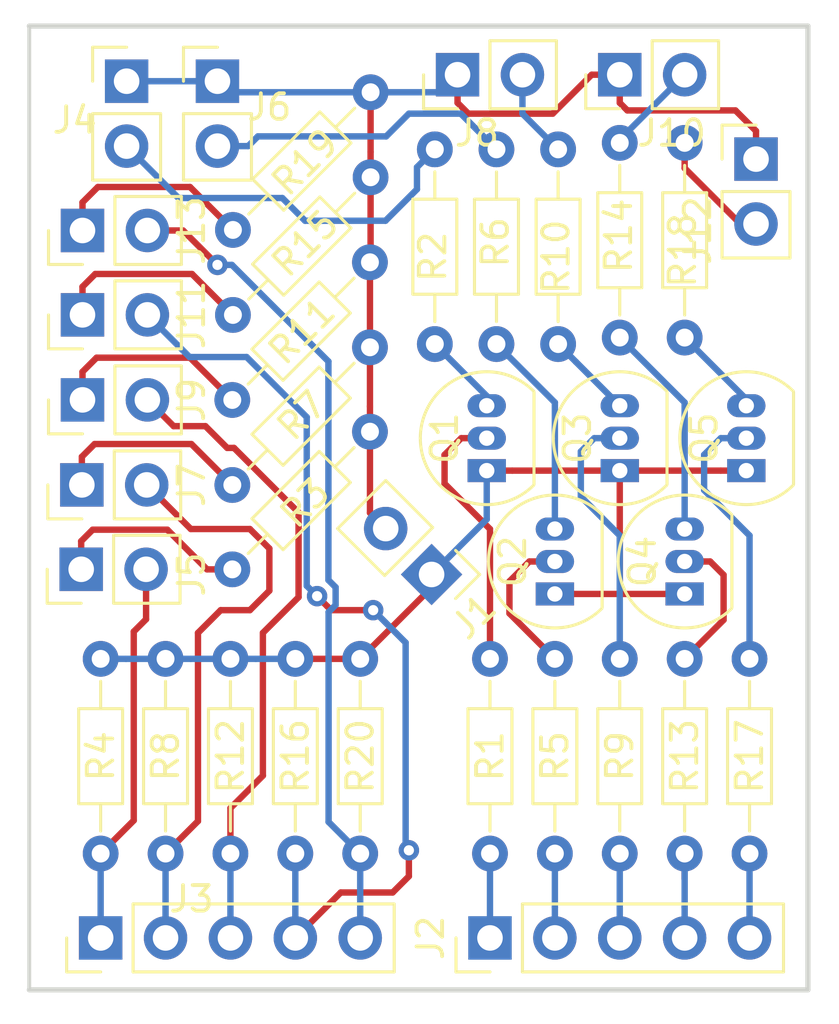
<source format=kicad_pcb>
(kicad_pcb (version 20170123) (host pcbnew "(2017-06-21 revision 375ec9f)-master")

  (general
    (links 55)
    (no_connects 0)
    (area 106.325999 88.950714 138.3755 128.8545)
    (thickness 1.6)
    (drawings 4)
    (tracks 187)
    (zones 0)
    (modules 38)
    (nets 33)
  )

  (page A4)
  (layers
    (0 F.Cu signal)
    (31 B.Cu signal)
    (32 B.Adhes user)
    (33 F.Adhes user)
    (34 B.Paste user)
    (35 F.Paste user)
    (36 B.SilkS user)
    (37 F.SilkS user)
    (38 B.Mask user)
    (39 F.Mask user)
    (40 Dwgs.User user)
    (41 Cmts.User user)
    (42 Eco1.User user)
    (43 Eco2.User user)
    (44 Edge.Cuts user)
    (45 Margin user)
    (46 B.CrtYd user)
    (47 F.CrtYd user)
    (48 B.Fab user)
    (49 F.Fab user)
  )

  (setup
    (last_trace_width 0.25)
    (trace_clearance 0.2)
    (zone_clearance 0.508)
    (zone_45_only no)
    (trace_min 0.2)
    (segment_width 0.2)
    (edge_width 0.15)
    (via_size 0.8)
    (via_drill 0.4)
    (via_min_size 0.4)
    (via_min_drill 0.3)
    (uvia_size 0.3)
    (uvia_drill 0.1)
    (uvias_allowed no)
    (uvia_min_size 0.2)
    (uvia_min_drill 0.1)
    (pcb_text_width 0.3)
    (pcb_text_size 1.5 1.5)
    (mod_edge_width 0.15)
    (mod_text_size 1 1)
    (mod_text_width 0.15)
    (pad_size 1.524 1.524)
    (pad_drill 0.762)
    (pad_to_mask_clearance 0.2)
    (aux_axis_origin 0 0)
    (grid_origin 175.26 64.77)
    (visible_elements FFFFFF7F)
    (pcbplotparams
      (layerselection 0x00030_ffffffff)
      (usegerberextensions false)
      (excludeedgelayer true)
      (linewidth 0.100000)
      (plotframeref false)
      (viasonmask false)
      (mode 1)
      (useauxorigin false)
      (hpglpennumber 1)
      (hpglpenspeed 20)
      (hpglpendiameter 15)
      (psnegative false)
      (psa4output false)
      (plotreference true)
      (plotvalue true)
      (plotinvisibletext false)
      (padsonsilk false)
      (subtractmaskfromsilk false)
      (outputformat 1)
      (mirror false)
      (drillshape 1)
      (scaleselection 1)
      (outputdirectory ""))
  )

  (net 0 "")
  (net 1 VCC)
  (net 2 GND)
  (net 3 LED1)
  (net 4 LED2)
  (net 5 LED3)
  (net 6 LED4)
  (net 7 LED5)
  (net 8 Switch5)
  (net 9 Switch4)
  (net 10 Switch3)
  (net 11 Switch2)
  (net 12 Switch1)
  (net 13 "Net-(J4-Pad2)")
  (net 14 "Net-(J5-Pad1)")
  (net 15 "Net-(J6-Pad2)")
  (net 16 "Net-(J7-Pad1)")
  (net 17 "Net-(J8-Pad2)")
  (net 18 "Net-(J9-Pad1)")
  (net 19 "Net-(J10-Pad2)")
  (net 20 "Net-(J11-Pad1)")
  (net 21 "Net-(J12-Pad2)")
  (net 22 "Net-(J13-Pad1)")
  (net 23 "Net-(Q1-Pad3)")
  (net 24 "Net-(Q2-Pad3)")
  (net 25 "Net-(Q3-Pad3)")
  (net 26 "Net-(Q4-Pad3)")
  (net 27 "Net-(Q5-Pad3)")
  (net 28 "Net-(Q1-Pad2)")
  (net 29 "Net-(Q2-Pad2)")
  (net 30 "Net-(Q3-Pad2)")
  (net 31 "Net-(Q4-Pad2)")
  (net 32 "Net-(Q5-Pad2)")

  (net_class Default "This is the default net class."
    (clearance 0.2)
    (trace_width 0.25)
    (via_dia 0.8)
    (via_drill 0.4)
    (uvia_dia 0.3)
    (uvia_drill 0.1)
    (add_net GND)
    (add_net LED1)
    (add_net LED2)
    (add_net LED3)
    (add_net LED4)
    (add_net LED5)
    (add_net "Net-(J10-Pad2)")
    (add_net "Net-(J11-Pad1)")
    (add_net "Net-(J12-Pad2)")
    (add_net "Net-(J13-Pad1)")
    (add_net "Net-(J4-Pad2)")
    (add_net "Net-(J5-Pad1)")
    (add_net "Net-(J6-Pad2)")
    (add_net "Net-(J7-Pad1)")
    (add_net "Net-(J8-Pad2)")
    (add_net "Net-(J9-Pad1)")
    (add_net "Net-(Q1-Pad2)")
    (add_net "Net-(Q1-Pad3)")
    (add_net "Net-(Q2-Pad2)")
    (add_net "Net-(Q2-Pad3)")
    (add_net "Net-(Q3-Pad2)")
    (add_net "Net-(Q3-Pad3)")
    (add_net "Net-(Q4-Pad2)")
    (add_net "Net-(Q4-Pad3)")
    (add_net "Net-(Q5-Pad2)")
    (add_net "Net-(Q5-Pad3)")
    (add_net Switch1)
    (add_net Switch2)
    (add_net Switch3)
    (add_net Switch4)
    (add_net Switch5)
    (add_net VCC)
  )

  (net_class wider ""
    (clearance 0.2)
    (trace_width 0.5)
    (via_dia 0.8)
    (via_drill 0.4)
    (uvia_dia 0.3)
    (uvia_drill 0.1)
  )

  (module Resistors_THT:R_Axial_DIN0204_L3.6mm_D1.6mm_P7.62mm_Horizontal (layer F.Cu) (tedit 5874F706) (tstamp 5C421B3A)
    (at 119.762186 105.41 225)
    (descr "Resistor, Axial_DIN0204 series, Axial, Horizontal, pin pitch=7.62mm, 0.16666666666666666W = 1/6W, length*diameter=3.6*1.6mm^2, http://cdn-reichelt.de/documents/datenblatt/B400/1_4W%23YAG.pdf")
    (tags "Resistor Axial_DIN0204 series Axial Horizontal pin pitch 7.62mm 0.16666666666666666W = 1/6W length 3.6mm diameter 1.6mm")
    (path /5C2A0EEE)
    (fp_text reference R3 (at 3.772546 -0.178766 225) (layer F.SilkS)
      (effects (font (size 1 1) (thickness 0.15)))
    )
    (fp_text value 330 (at 3.503139 -0.088964 225) (layer F.Fab)
      (effects (font (size 1 1) (thickness 0.15)))
    )
    (fp_line (start 8.6 -1.15) (end -0.95 -1.15) (layer F.CrtYd) (width 0.05))
    (fp_line (start 8.6 1.15) (end 8.6 -1.15) (layer F.CrtYd) (width 0.05))
    (fp_line (start -0.95 1.15) (end 8.6 1.15) (layer F.CrtYd) (width 0.05))
    (fp_line (start -0.95 -1.15) (end -0.95 1.15) (layer F.CrtYd) (width 0.05))
    (fp_line (start 6.74 0) (end 5.669999 0) (layer F.SilkS) (width 0.12))
    (fp_line (start 0.88 0) (end 1.95 0) (layer F.SilkS) (width 0.12))
    (fp_line (start 5.67 -0.86) (end 1.95 -0.86) (layer F.SilkS) (width 0.12))
    (fp_line (start 5.67 0.86) (end 5.67 -0.86) (layer F.SilkS) (width 0.12))
    (fp_line (start 1.95 0.86) (end 5.67 0.86) (layer F.SilkS) (width 0.12))
    (fp_line (start 1.95 -0.86) (end 1.95 0.86) (layer F.SilkS) (width 0.12))
    (fp_line (start 7.62 0) (end 5.61 0) (layer F.Fab) (width 0.1))
    (fp_line (start 0 0) (end 2.010001 0) (layer F.Fab) (width 0.1))
    (fp_line (start 5.61 -0.799999) (end 2.01 -0.8) (layer F.Fab) (width 0.1))
    (fp_line (start 5.61 0.799999) (end 5.61 -0.799999) (layer F.Fab) (width 0.1))
    (fp_line (start 2.01 0.8) (end 5.61 0.799999) (layer F.Fab) (width 0.1))
    (fp_line (start 2.01 -0.8) (end 2.01 0.8) (layer F.Fab) (width 0.1))
    (pad 2 thru_hole oval (at 7.62 0 225) (size 1.4 1.4) (drill 0.7) (layers *.Cu *.Mask)
      (net 14 "Net-(J5-Pad1)"))
    (pad 1 thru_hole circle (at 0 0 225) (size 1.4 1.4) (drill 0.7) (layers *.Cu *.Mask)
      (net 1 VCC))
    (model Resistors_THT.3dshapes/R_Axial_DIN0204_L3.6mm_D1.6mm_P7.62mm_Horizontal.wrl
      (at (xyz 0 0 0))
      (scale (xyz 0.393701 0.393701 0.393701))
      (rotate (xyz 0 0 0))
    )
  )

  (module Pin_Headers:Pin_Header_Straight_1x02_Pitch2.54mm (layer F.Cu) (tedit 5C2901C4) (tstamp 5C42199C)
    (at 122.174 110.998 225)
    (descr "Through hole straight pin header, 1x02, 2.54mm pitch, single row")
    (tags "Through hole pin header THT 1x02 2.54mm single row")
    (path /5C28F9B9)
    (fp_text reference J1 (at 0 -2.33 225) (layer F.SilkS)
      (effects (font (size 1 1) (thickness 0.15)))
    )
    (fp_text value "raspi vcc/gnd" (at 2.159 2.54 315) (layer F.Fab)
      (effects (font (size 1 1) (thickness 0.15)))
    )
    (fp_text user %R (at 0 -2.33 225) (layer F.Fab)
      (effects (font (size 1 1) (thickness 0.15)))
    )
    (fp_line (start 1.8 -1.8) (end -1.8 -1.8) (layer F.CrtYd) (width 0.05))
    (fp_line (start 1.8 4.35) (end 1.8 -1.8) (layer F.CrtYd) (width 0.05))
    (fp_line (start -1.8 4.35) (end 1.8 4.35) (layer F.CrtYd) (width 0.05))
    (fp_line (start -1.8 -1.8) (end -1.8 4.35) (layer F.CrtYd) (width 0.05))
    (fp_line (start -1.33 -1.33) (end 0 -1.33) (layer F.SilkS) (width 0.12))
    (fp_line (start -1.33 0) (end -1.33 -1.33) (layer F.SilkS) (width 0.12))
    (fp_line (start 1.33 1.270001) (end -1.33 1.270001) (layer F.SilkS) (width 0.12))
    (fp_line (start 1.33 3.87) (end 1.33 1.270001) (layer F.SilkS) (width 0.12))
    (fp_line (start -1.33 3.87) (end 1.33 3.87) (layer F.SilkS) (width 0.12))
    (fp_line (start -1.33 1.270001) (end -1.33 3.87) (layer F.SilkS) (width 0.12))
    (fp_line (start 1.27 -1.27) (end -1.27 -1.27) (layer F.Fab) (width 0.1))
    (fp_line (start 1.27 3.81) (end 1.27 -1.27) (layer F.Fab) (width 0.1))
    (fp_line (start -1.27 3.81) (end 1.27 3.81) (layer F.Fab) (width 0.1))
    (fp_line (start -1.27 -1.27) (end -1.27 3.81) (layer F.Fab) (width 0.1))
    (pad 2 thru_hole oval (at 0 2.54 225) (size 1.7 1.7) (drill 1) (layers *.Cu *.Mask)
      (net 1 VCC))
    (pad 1 thru_hole rect (at 0 0 225) (size 1.7 1.7) (drill 1) (layers *.Cu *.Mask)
      (net 2 GND))
    (model ${KISYS3DMOD}/Pin_Headers.3dshapes/Pin_Header_Straight_1x02_Pitch2.54mm.wrl
      (at (xyz 0 -0.05 0))
      (scale (xyz 1 1 1))
      (rotate (xyz 0 0 90))
    )
  )

  (module Pin_Headers:Pin_Header_Straight_1x05_Pitch2.54mm (layer F.Cu) (tedit 58CD4EC1) (tstamp 5C4219B4)
    (at 124.46 125.222 90)
    (descr "Through hole straight pin header, 1x05, 2.54mm pitch, single row")
    (tags "Through hole pin header THT 1x05 2.54mm single row")
    (path /5C28F6E6)
    (fp_text reference J2 (at 0 -2.33 90) (layer F.SilkS)
      (effects (font (size 1 1) (thickness 0.15)))
    )
    (fp_text value "LED input" (at -2.54 5.08 180) (layer F.Fab)
      (effects (font (size 1 1) (thickness 0.15)))
    )
    (fp_line (start -1.27 -1.27) (end -1.27 11.43) (layer F.Fab) (width 0.1))
    (fp_line (start -1.27 11.43) (end 1.27 11.43) (layer F.Fab) (width 0.1))
    (fp_line (start 1.27 11.43) (end 1.27 -1.27) (layer F.Fab) (width 0.1))
    (fp_line (start 1.27 -1.27) (end -1.27 -1.27) (layer F.Fab) (width 0.1))
    (fp_line (start -1.33 1.27) (end -1.33 11.49) (layer F.SilkS) (width 0.12))
    (fp_line (start -1.33 11.49) (end 1.33 11.49) (layer F.SilkS) (width 0.12))
    (fp_line (start 1.33 11.49) (end 1.33 1.27) (layer F.SilkS) (width 0.12))
    (fp_line (start 1.33 1.27) (end -1.33 1.27) (layer F.SilkS) (width 0.12))
    (fp_line (start -1.33 0) (end -1.33 -1.33) (layer F.SilkS) (width 0.12))
    (fp_line (start -1.33 -1.33) (end 0 -1.33) (layer F.SilkS) (width 0.12))
    (fp_line (start -1.8 -1.8) (end -1.8 11.95) (layer F.CrtYd) (width 0.05))
    (fp_line (start -1.8 11.95) (end 1.8 11.95) (layer F.CrtYd) (width 0.05))
    (fp_line (start 1.8 11.95) (end 1.8 -1.8) (layer F.CrtYd) (width 0.05))
    (fp_line (start 1.8 -1.8) (end -1.8 -1.8) (layer F.CrtYd) (width 0.05))
    (fp_text user %R (at 0 -2.33 90) (layer F.Fab)
      (effects (font (size 1 1) (thickness 0.15)))
    )
    (pad 1 thru_hole rect (at 0 0 90) (size 1.7 1.7) (drill 1) (layers *.Cu *.Mask)
      (net 3 LED1))
    (pad 2 thru_hole oval (at 0 2.54 90) (size 1.7 1.7) (drill 1) (layers *.Cu *.Mask)
      (net 4 LED2))
    (pad 3 thru_hole oval (at 0 5.08 90) (size 1.7 1.7) (drill 1) (layers *.Cu *.Mask)
      (net 5 LED3))
    (pad 4 thru_hole oval (at 0 7.62 90) (size 1.7 1.7) (drill 1) (layers *.Cu *.Mask)
      (net 6 LED4))
    (pad 5 thru_hole oval (at 0 10.16 90) (size 1.7 1.7) (drill 1) (layers *.Cu *.Mask)
      (net 7 LED5))
    (model ${KISYS3DMOD}/Pin_Headers.3dshapes/Pin_Header_Straight_1x05_Pitch2.54mm.wrl
      (at (xyz 0 -0.2 0))
      (scale (xyz 1 1 1))
      (rotate (xyz 0 0 90))
    )
  )

  (module Pin_Headers:Pin_Header_Straight_1x05_Pitch2.54mm (layer F.Cu) (tedit 58CD4EC1) (tstamp 5C4219CC)
    (at 109.22 125.222 90)
    (descr "Through hole straight pin header, 1x05, 2.54mm pitch, single row")
    (tags "Through hole pin header THT 1x05 2.54mm single row")
    (path /5C28F59B)
    (fp_text reference J3 (at 1.524 3.556 180) (layer F.SilkS)
      (effects (font (size 1 1) (thickness 0.15)))
    )
    (fp_text value "Switch output" (at -2.54 5.08 180) (layer F.Fab)
      (effects (font (size 1 1) (thickness 0.15)))
    )
    (fp_text user %R (at 0 -2.33 90) (layer F.Fab)
      (effects (font (size 1 1) (thickness 0.15)))
    )
    (fp_line (start 1.8 -1.8) (end -1.8 -1.8) (layer F.CrtYd) (width 0.05))
    (fp_line (start 1.8 11.95) (end 1.8 -1.8) (layer F.CrtYd) (width 0.05))
    (fp_line (start -1.8 11.95) (end 1.8 11.95) (layer F.CrtYd) (width 0.05))
    (fp_line (start -1.8 -1.8) (end -1.8 11.95) (layer F.CrtYd) (width 0.05))
    (fp_line (start -1.33 -1.33) (end 0 -1.33) (layer F.SilkS) (width 0.12))
    (fp_line (start -1.33 0) (end -1.33 -1.33) (layer F.SilkS) (width 0.12))
    (fp_line (start 1.33 1.27) (end -1.33 1.27) (layer F.SilkS) (width 0.12))
    (fp_line (start 1.33 11.49) (end 1.33 1.27) (layer F.SilkS) (width 0.12))
    (fp_line (start -1.33 11.49) (end 1.33 11.49) (layer F.SilkS) (width 0.12))
    (fp_line (start -1.33 1.27) (end -1.33 11.49) (layer F.SilkS) (width 0.12))
    (fp_line (start 1.27 -1.27) (end -1.27 -1.27) (layer F.Fab) (width 0.1))
    (fp_line (start 1.27 11.43) (end 1.27 -1.27) (layer F.Fab) (width 0.1))
    (fp_line (start -1.27 11.43) (end 1.27 11.43) (layer F.Fab) (width 0.1))
    (fp_line (start -1.27 -1.27) (end -1.27 11.43) (layer F.Fab) (width 0.1))
    (pad 5 thru_hole oval (at 0 10.16 90) (size 1.7 1.7) (drill 1) (layers *.Cu *.Mask)
      (net 8 Switch5))
    (pad 4 thru_hole oval (at 0 7.62 90) (size 1.7 1.7) (drill 1) (layers *.Cu *.Mask)
      (net 9 Switch4))
    (pad 3 thru_hole oval (at 0 5.08 90) (size 1.7 1.7) (drill 1) (layers *.Cu *.Mask)
      (net 10 Switch3))
    (pad 2 thru_hole oval (at 0 2.54 90) (size 1.7 1.7) (drill 1) (layers *.Cu *.Mask)
      (net 11 Switch2))
    (pad 1 thru_hole rect (at 0 0 90) (size 1.7 1.7) (drill 1) (layers *.Cu *.Mask)
      (net 12 Switch1))
    (model ${KISYS3DMOD}/Pin_Headers.3dshapes/Pin_Header_Straight_1x05_Pitch2.54mm.wrl
      (at (xyz 0 -0.2 0))
      (scale (xyz 1 1 1))
      (rotate (xyz 0 0 90))
    )
  )

  (module Pin_Headers:Pin_Header_Straight_1x02_Pitch2.54mm (layer F.Cu) (tedit 58CD4EC1) (tstamp 5C4219E1)
    (at 110.236 91.694)
    (descr "Through hole straight pin header, 1x02, 2.54mm pitch, single row")
    (tags "Through hole pin header THT 1x02 2.54mm single row")
    (path /5C297A55)
    (fp_text reference J4 (at -2.032 1.524) (layer F.SilkS)
      (effects (font (size 1 1) (thickness 0.15)))
    )
    (fp_text value "LED 1" (at 0 4.87) (layer F.Fab)
      (effects (font (size 1 1) (thickness 0.15)))
    )
    (fp_text user %R (at 0 -2.33) (layer F.Fab)
      (effects (font (size 1 1) (thickness 0.15)))
    )
    (fp_line (start 1.8 -1.8) (end -1.8 -1.8) (layer F.CrtYd) (width 0.05))
    (fp_line (start 1.8 4.35) (end 1.8 -1.8) (layer F.CrtYd) (width 0.05))
    (fp_line (start -1.8 4.35) (end 1.8 4.35) (layer F.CrtYd) (width 0.05))
    (fp_line (start -1.8 -1.8) (end -1.8 4.35) (layer F.CrtYd) (width 0.05))
    (fp_line (start -1.33 -1.33) (end 0 -1.33) (layer F.SilkS) (width 0.12))
    (fp_line (start -1.33 0) (end -1.33 -1.33) (layer F.SilkS) (width 0.12))
    (fp_line (start 1.33 1.27) (end -1.33 1.27) (layer F.SilkS) (width 0.12))
    (fp_line (start 1.33 3.87) (end 1.33 1.27) (layer F.SilkS) (width 0.12))
    (fp_line (start -1.33 3.87) (end 1.33 3.87) (layer F.SilkS) (width 0.12))
    (fp_line (start -1.33 1.27) (end -1.33 3.87) (layer F.SilkS) (width 0.12))
    (fp_line (start 1.27 -1.27) (end -1.27 -1.27) (layer F.Fab) (width 0.1))
    (fp_line (start 1.27 3.81) (end 1.27 -1.27) (layer F.Fab) (width 0.1))
    (fp_line (start -1.27 3.81) (end 1.27 3.81) (layer F.Fab) (width 0.1))
    (fp_line (start -1.27 -1.27) (end -1.27 3.81) (layer F.Fab) (width 0.1))
    (pad 2 thru_hole oval (at 0 2.54) (size 1.7 1.7) (drill 1) (layers *.Cu *.Mask)
      (net 13 "Net-(J4-Pad2)"))
    (pad 1 thru_hole rect (at 0 0) (size 1.7 1.7) (drill 1) (layers *.Cu *.Mask)
      (net 1 VCC))
    (model ${KISYS3DMOD}/Pin_Headers.3dshapes/Pin_Header_Straight_1x02_Pitch2.54mm.wrl
      (at (xyz 0 -0.05 0))
      (scale (xyz 1 1 1))
      (rotate (xyz 0 0 90))
    )
  )

  (module Pin_Headers:Pin_Header_Straight_1x02_Pitch2.54mm (layer F.Cu) (tedit 58CD4EC1) (tstamp 5C4219F6)
    (at 108.458 110.7948 90)
    (descr "Through hole straight pin header, 1x02, 2.54mm pitch, single row")
    (tags "Through hole pin header THT 1x02 2.54mm single row")
    (path /5C29E0B6)
    (fp_text reference J5 (at -0.2032 4.318 90) (layer F.SilkS)
      (effects (font (size 1 1) (thickness 0.15)))
    )
    (fp_text value "Switch 1" (at -1.27 7.62 180) (layer B.Fab)
      (effects (font (size 1 1) (thickness 0.15)) (justify mirror))
    )
    (fp_line (start -1.27 -1.27) (end -1.27 3.81) (layer F.Fab) (width 0.1))
    (fp_line (start -1.27 3.81) (end 1.27 3.81) (layer F.Fab) (width 0.1))
    (fp_line (start 1.27 3.81) (end 1.27 -1.27) (layer F.Fab) (width 0.1))
    (fp_line (start 1.27 -1.27) (end -1.27 -1.27) (layer F.Fab) (width 0.1))
    (fp_line (start -1.33 1.27) (end -1.33 3.87) (layer F.SilkS) (width 0.12))
    (fp_line (start -1.33 3.87) (end 1.33 3.87) (layer F.SilkS) (width 0.12))
    (fp_line (start 1.33 3.87) (end 1.33 1.27) (layer F.SilkS) (width 0.12))
    (fp_line (start 1.33 1.27) (end -1.33 1.27) (layer F.SilkS) (width 0.12))
    (fp_line (start -1.33 0) (end -1.33 -1.33) (layer F.SilkS) (width 0.12))
    (fp_line (start -1.33 -1.33) (end 0 -1.33) (layer F.SilkS) (width 0.12))
    (fp_line (start -1.8 -1.8) (end -1.8 4.35) (layer F.CrtYd) (width 0.05))
    (fp_line (start -1.8 4.35) (end 1.8 4.35) (layer F.CrtYd) (width 0.05))
    (fp_line (start 1.8 4.35) (end 1.8 -1.8) (layer F.CrtYd) (width 0.05))
    (fp_line (start 1.8 -1.8) (end -1.8 -1.8) (layer F.CrtYd) (width 0.05))
    (fp_text user %R (at 0 -2.33 90) (layer F.Fab)
      (effects (font (size 1 1) (thickness 0.15)))
    )
    (pad 1 thru_hole rect (at 0 0 90) (size 1.7 1.7) (drill 1) (layers *.Cu *.Mask)
      (net 14 "Net-(J5-Pad1)"))
    (pad 2 thru_hole oval (at 0 2.54 90) (size 1.7 1.7) (drill 1) (layers *.Cu *.Mask)
      (net 12 Switch1))
    (model ${KISYS3DMOD}/Pin_Headers.3dshapes/Pin_Header_Straight_1x02_Pitch2.54mm.wrl
      (at (xyz 0 -0.05 0))
      (scale (xyz 1 1 1))
      (rotate (xyz 0 0 90))
    )
  )

  (module Pin_Headers:Pin_Header_Straight_1x02_Pitch2.54mm (layer F.Cu) (tedit 58CD4EC1) (tstamp 5C421A0B)
    (at 113.792 91.694)
    (descr "Through hole straight pin header, 1x02, 2.54mm pitch, single row")
    (tags "Through hole pin header THT 1x02 2.54mm single row")
    (path /5C28F267)
    (fp_text reference J6 (at 2.032 1.016) (layer F.SilkS)
      (effects (font (size 1 1) (thickness 0.15)))
    )
    (fp_text value "LED 2" (at 0 4.87) (layer F.Fab)
      (effects (font (size 1 1) (thickness 0.15)))
    )
    (fp_text user %R (at 0 -2.33) (layer F.Fab)
      (effects (font (size 1 1) (thickness 0.15)))
    )
    (fp_line (start 1.8 -1.8) (end -1.8 -1.8) (layer F.CrtYd) (width 0.05))
    (fp_line (start 1.8 4.35) (end 1.8 -1.8) (layer F.CrtYd) (width 0.05))
    (fp_line (start -1.8 4.35) (end 1.8 4.35) (layer F.CrtYd) (width 0.05))
    (fp_line (start -1.8 -1.8) (end -1.8 4.35) (layer F.CrtYd) (width 0.05))
    (fp_line (start -1.33 -1.33) (end 0 -1.33) (layer F.SilkS) (width 0.12))
    (fp_line (start -1.33 0) (end -1.33 -1.33) (layer F.SilkS) (width 0.12))
    (fp_line (start 1.33 1.27) (end -1.33 1.27) (layer F.SilkS) (width 0.12))
    (fp_line (start 1.33 3.87) (end 1.33 1.27) (layer F.SilkS) (width 0.12))
    (fp_line (start -1.33 3.87) (end 1.33 3.87) (layer F.SilkS) (width 0.12))
    (fp_line (start -1.33 1.27) (end -1.33 3.87) (layer F.SilkS) (width 0.12))
    (fp_line (start 1.27 -1.27) (end -1.27 -1.27) (layer F.Fab) (width 0.1))
    (fp_line (start 1.27 3.81) (end 1.27 -1.27) (layer F.Fab) (width 0.1))
    (fp_line (start -1.27 3.81) (end 1.27 3.81) (layer F.Fab) (width 0.1))
    (fp_line (start -1.27 -1.27) (end -1.27 3.81) (layer F.Fab) (width 0.1))
    (pad 2 thru_hole oval (at 0 2.54) (size 1.7 1.7) (drill 1) (layers *.Cu *.Mask)
      (net 15 "Net-(J6-Pad2)"))
    (pad 1 thru_hole rect (at 0 0) (size 1.7 1.7) (drill 1) (layers *.Cu *.Mask)
      (net 1 VCC))
    (model ${KISYS3DMOD}/Pin_Headers.3dshapes/Pin_Header_Straight_1x02_Pitch2.54mm.wrl
      (at (xyz 0 -0.05 0))
      (scale (xyz 1 1 1))
      (rotate (xyz 0 0 90))
    )
  )

  (module Pin_Headers:Pin_Header_Straight_1x02_Pitch2.54mm (layer F.Cu) (tedit 58CD4EC1) (tstamp 5C421A20)
    (at 108.4834 107.4928 90)
    (descr "Through hole straight pin header, 1x02, 2.54mm pitch, single row")
    (tags "Through hole pin header THT 1x02 2.54mm single row")
    (path /5C2A3A11)
    (fp_text reference J7 (at 0 4.2926 90) (layer F.SilkS)
      (effects (font (size 1 1) (thickness 0.15)))
    )
    (fp_text value "Switch 2" (at -1.27 7.62 180) (layer B.Fab)
      (effects (font (size 1 1) (thickness 0.15)) (justify mirror))
    )
    (fp_text user %R (at 0 -2.33 90) (layer F.Fab)
      (effects (font (size 1 1) (thickness 0.15)))
    )
    (fp_line (start 1.8 -1.8) (end -1.8 -1.8) (layer F.CrtYd) (width 0.05))
    (fp_line (start 1.8 4.35) (end 1.8 -1.8) (layer F.CrtYd) (width 0.05))
    (fp_line (start -1.8 4.35) (end 1.8 4.35) (layer F.CrtYd) (width 0.05))
    (fp_line (start -1.8 -1.8) (end -1.8 4.35) (layer F.CrtYd) (width 0.05))
    (fp_line (start -1.33 -1.33) (end 0 -1.33) (layer F.SilkS) (width 0.12))
    (fp_line (start -1.33 0) (end -1.33 -1.33) (layer F.SilkS) (width 0.12))
    (fp_line (start 1.33 1.27) (end -1.33 1.27) (layer F.SilkS) (width 0.12))
    (fp_line (start 1.33 3.87) (end 1.33 1.27) (layer F.SilkS) (width 0.12))
    (fp_line (start -1.33 3.87) (end 1.33 3.87) (layer F.SilkS) (width 0.12))
    (fp_line (start -1.33 1.27) (end -1.33 3.87) (layer F.SilkS) (width 0.12))
    (fp_line (start 1.27 -1.27) (end -1.27 -1.27) (layer F.Fab) (width 0.1))
    (fp_line (start 1.27 3.81) (end 1.27 -1.27) (layer F.Fab) (width 0.1))
    (fp_line (start -1.27 3.81) (end 1.27 3.81) (layer F.Fab) (width 0.1))
    (fp_line (start -1.27 -1.27) (end -1.27 3.81) (layer F.Fab) (width 0.1))
    (pad 2 thru_hole oval (at 0 2.54 90) (size 1.7 1.7) (drill 1) (layers *.Cu *.Mask)
      (net 11 Switch2))
    (pad 1 thru_hole rect (at 0 0 90) (size 1.7 1.7) (drill 1) (layers *.Cu *.Mask)
      (net 16 "Net-(J7-Pad1)"))
    (model ${KISYS3DMOD}/Pin_Headers.3dshapes/Pin_Header_Straight_1x02_Pitch2.54mm.wrl
      (at (xyz 0 -0.05 0))
      (scale (xyz 1 1 1))
      (rotate (xyz 0 0 90))
    )
  )

  (module Pin_Headers:Pin_Header_Straight_1x02_Pitch2.54mm (layer F.Cu) (tedit 58CD4EC1) (tstamp 5C421A35)
    (at 123.19 91.44 90)
    (descr "Through hole straight pin header, 1x02, 2.54mm pitch, single row")
    (tags "Through hole pin header THT 1x02 2.54mm single row")
    (path /5C2965FC)
    (fp_text reference J8 (at -2.286 0.762 180) (layer F.SilkS)
      (effects (font (size 1 1) (thickness 0.15)))
    )
    (fp_text value "LED 3" (at 0 4.87 90) (layer F.Fab)
      (effects (font (size 1 1) (thickness 0.15)))
    )
    (fp_line (start -1.27 -1.27) (end -1.27 3.81) (layer F.Fab) (width 0.1))
    (fp_line (start -1.27 3.81) (end 1.27 3.81) (layer F.Fab) (width 0.1))
    (fp_line (start 1.27 3.81) (end 1.27 -1.27) (layer F.Fab) (width 0.1))
    (fp_line (start 1.27 -1.27) (end -1.27 -1.27) (layer F.Fab) (width 0.1))
    (fp_line (start -1.33 1.27) (end -1.33 3.87) (layer F.SilkS) (width 0.12))
    (fp_line (start -1.33 3.87) (end 1.33 3.87) (layer F.SilkS) (width 0.12))
    (fp_line (start 1.33 3.87) (end 1.33 1.27) (layer F.SilkS) (width 0.12))
    (fp_line (start 1.33 1.27) (end -1.33 1.27) (layer F.SilkS) (width 0.12))
    (fp_line (start -1.33 0) (end -1.33 -1.33) (layer F.SilkS) (width 0.12))
    (fp_line (start -1.33 -1.33) (end 0 -1.33) (layer F.SilkS) (width 0.12))
    (fp_line (start -1.8 -1.8) (end -1.8 4.35) (layer F.CrtYd) (width 0.05))
    (fp_line (start -1.8 4.35) (end 1.8 4.35) (layer F.CrtYd) (width 0.05))
    (fp_line (start 1.8 4.35) (end 1.8 -1.8) (layer F.CrtYd) (width 0.05))
    (fp_line (start 1.8 -1.8) (end -1.8 -1.8) (layer F.CrtYd) (width 0.05))
    (fp_text user %R (at -2.286 0.762 180) (layer F.Fab)
      (effects (font (size 1 1) (thickness 0.15)))
    )
    (pad 1 thru_hole rect (at 0 0 90) (size 1.7 1.7) (drill 1) (layers *.Cu *.Mask)
      (net 1 VCC))
    (pad 2 thru_hole oval (at 0 2.54 90) (size 1.7 1.7) (drill 1) (layers *.Cu *.Mask)
      (net 17 "Net-(J8-Pad2)"))
    (model ${KISYS3DMOD}/Pin_Headers.3dshapes/Pin_Header_Straight_1x02_Pitch2.54mm.wrl
      (at (xyz 0 -0.05 0))
      (scale (xyz 1 1 1))
      (rotate (xyz 0 0 90))
    )
  )

  (module Pin_Headers:Pin_Header_Straight_1x02_Pitch2.54mm (layer F.Cu) (tedit 58CD4EC1) (tstamp 5C421A4A)
    (at 108.5088 104.1654 90)
    (descr "Through hole straight pin header, 1x02, 2.54mm pitch, single row")
    (tags "Through hole pin header THT 1x02 2.54mm single row")
    (path /5C2A3E9E)
    (fp_text reference J9 (at 0 4.2672 90) (layer F.SilkS)
      (effects (font (size 1 1) (thickness 0.15)))
    )
    (fp_text value "Switch 3" (at -1.27 7.62 180) (layer B.Fab)
      (effects (font (size 1 1) (thickness 0.15)) (justify mirror))
    )
    (fp_line (start -1.27 -1.27) (end -1.27 3.81) (layer F.Fab) (width 0.1))
    (fp_line (start -1.27 3.81) (end 1.27 3.81) (layer F.Fab) (width 0.1))
    (fp_line (start 1.27 3.81) (end 1.27 -1.27) (layer F.Fab) (width 0.1))
    (fp_line (start 1.27 -1.27) (end -1.27 -1.27) (layer F.Fab) (width 0.1))
    (fp_line (start -1.33 1.27) (end -1.33 3.87) (layer F.SilkS) (width 0.12))
    (fp_line (start -1.33 3.87) (end 1.33 3.87) (layer F.SilkS) (width 0.12))
    (fp_line (start 1.33 3.87) (end 1.33 1.27) (layer F.SilkS) (width 0.12))
    (fp_line (start 1.33 1.27) (end -1.33 1.27) (layer F.SilkS) (width 0.12))
    (fp_line (start -1.33 0) (end -1.33 -1.33) (layer F.SilkS) (width 0.12))
    (fp_line (start -1.33 -1.33) (end 0 -1.33) (layer F.SilkS) (width 0.12))
    (fp_line (start -1.8 -1.8) (end -1.8 4.35) (layer F.CrtYd) (width 0.05))
    (fp_line (start -1.8 4.35) (end 1.8 4.35) (layer F.CrtYd) (width 0.05))
    (fp_line (start 1.8 4.35) (end 1.8 -1.8) (layer F.CrtYd) (width 0.05))
    (fp_line (start 1.8 -1.8) (end -1.8 -1.8) (layer F.CrtYd) (width 0.05))
    (fp_text user %R (at 0 -2.33 90) (layer F.Fab)
      (effects (font (size 1 1) (thickness 0.15)))
    )
    (pad 1 thru_hole rect (at 0 0 90) (size 1.7 1.7) (drill 1) (layers *.Cu *.Mask)
      (net 18 "Net-(J9-Pad1)"))
    (pad 2 thru_hole oval (at 0 2.54 90) (size 1.7 1.7) (drill 1) (layers *.Cu *.Mask)
      (net 10 Switch3))
    (model ${KISYS3DMOD}/Pin_Headers.3dshapes/Pin_Header_Straight_1x02_Pitch2.54mm.wrl
      (at (xyz 0 -0.05 0))
      (scale (xyz 1 1 1))
      (rotate (xyz 0 0 90))
    )
  )

  (module Pin_Headers:Pin_Header_Straight_1x02_Pitch2.54mm (layer F.Cu) (tedit 58CD4EC1) (tstamp 5C421A5F)
    (at 129.54 91.44 90)
    (descr "Through hole straight pin header, 1x02, 2.54mm pitch, single row")
    (tags "Through hole pin header THT 1x02 2.54mm single row")
    (path /5C2975E6)
    (fp_text reference J10 (at -2.286 2.032 180) (layer F.SilkS)
      (effects (font (size 1 1) (thickness 0.15)))
    )
    (fp_text value "LED 4" (at 0 4.87 90) (layer F.Fab)
      (effects (font (size 1 1) (thickness 0.15)))
    )
    (fp_line (start -1.27 -1.27) (end -1.27 3.81) (layer F.Fab) (width 0.1))
    (fp_line (start -1.27 3.81) (end 1.27 3.81) (layer F.Fab) (width 0.1))
    (fp_line (start 1.27 3.81) (end 1.27 -1.27) (layer F.Fab) (width 0.1))
    (fp_line (start 1.27 -1.27) (end -1.27 -1.27) (layer F.Fab) (width 0.1))
    (fp_line (start -1.33 1.27) (end -1.33 3.87) (layer F.SilkS) (width 0.12))
    (fp_line (start -1.33 3.87) (end 1.33 3.87) (layer F.SilkS) (width 0.12))
    (fp_line (start 1.33 3.87) (end 1.33 1.27) (layer F.SilkS) (width 0.12))
    (fp_line (start 1.33 1.27) (end -1.33 1.27) (layer F.SilkS) (width 0.12))
    (fp_line (start -1.33 0) (end -1.33 -1.33) (layer F.SilkS) (width 0.12))
    (fp_line (start -1.33 -1.33) (end 0 -1.33) (layer F.SilkS) (width 0.12))
    (fp_line (start -1.8 -1.8) (end -1.8 4.35) (layer F.CrtYd) (width 0.05))
    (fp_line (start -1.8 4.35) (end 1.8 4.35) (layer F.CrtYd) (width 0.05))
    (fp_line (start 1.8 4.35) (end 1.8 -1.8) (layer F.CrtYd) (width 0.05))
    (fp_line (start 1.8 -1.8) (end -1.8 -1.8) (layer F.CrtYd) (width 0.05))
    (fp_text user %R (at 0 -2.33 90) (layer F.Fab)
      (effects (font (size 1 1) (thickness 0.15)))
    )
    (pad 1 thru_hole rect (at 0 0 90) (size 1.7 1.7) (drill 1) (layers *.Cu *.Mask)
      (net 1 VCC))
    (pad 2 thru_hole oval (at 0 2.54 90) (size 1.7 1.7) (drill 1) (layers *.Cu *.Mask)
      (net 19 "Net-(J10-Pad2)"))
    (model ${KISYS3DMOD}/Pin_Headers.3dshapes/Pin_Header_Straight_1x02_Pitch2.54mm.wrl
      (at (xyz 0 -0.05 0))
      (scale (xyz 1 1 1))
      (rotate (xyz 0 0 90))
    )
  )

  (module Pin_Headers:Pin_Header_Straight_1x02_Pitch2.54mm (layer F.Cu) (tedit 58CD4EC1) (tstamp 5C421A74)
    (at 108.5088 100.838 90)
    (descr "Through hole straight pin header, 1x02, 2.54mm pitch, single row")
    (tags "Through hole pin header THT 1x02 2.54mm single row")
    (path /5C2A3EC6)
    (fp_text reference J11 (at 0 4.2672 90) (layer F.SilkS)
      (effects (font (size 1 1) (thickness 0.15)))
    )
    (fp_text value "Switch 4" (at -1.27 7.62 180) (layer B.Fab)
      (effects (font (size 1 1) (thickness 0.15)) (justify mirror))
    )
    (fp_text user %R (at 0 -2.33 90) (layer F.Fab)
      (effects (font (size 1 1) (thickness 0.15)))
    )
    (fp_line (start 1.8 -1.8) (end -1.8 -1.8) (layer F.CrtYd) (width 0.05))
    (fp_line (start 1.8 4.35) (end 1.8 -1.8) (layer F.CrtYd) (width 0.05))
    (fp_line (start -1.8 4.35) (end 1.8 4.35) (layer F.CrtYd) (width 0.05))
    (fp_line (start -1.8 -1.8) (end -1.8 4.35) (layer F.CrtYd) (width 0.05))
    (fp_line (start -1.33 -1.33) (end 0 -1.33) (layer F.SilkS) (width 0.12))
    (fp_line (start -1.33 0) (end -1.33 -1.33) (layer F.SilkS) (width 0.12))
    (fp_line (start 1.33 1.27) (end -1.33 1.27) (layer F.SilkS) (width 0.12))
    (fp_line (start 1.33 3.87) (end 1.33 1.27) (layer F.SilkS) (width 0.12))
    (fp_line (start -1.33 3.87) (end 1.33 3.87) (layer F.SilkS) (width 0.12))
    (fp_line (start -1.33 1.27) (end -1.33 3.87) (layer F.SilkS) (width 0.12))
    (fp_line (start 1.27 -1.27) (end -1.27 -1.27) (layer F.Fab) (width 0.1))
    (fp_line (start 1.27 3.81) (end 1.27 -1.27) (layer F.Fab) (width 0.1))
    (fp_line (start -1.27 3.81) (end 1.27 3.81) (layer F.Fab) (width 0.1))
    (fp_line (start -1.27 -1.27) (end -1.27 3.81) (layer F.Fab) (width 0.1))
    (pad 2 thru_hole oval (at 0 2.54 90) (size 1.7 1.7) (drill 1) (layers *.Cu *.Mask)
      (net 9 Switch4))
    (pad 1 thru_hole rect (at 0 0 90) (size 1.7 1.7) (drill 1) (layers *.Cu *.Mask)
      (net 20 "Net-(J11-Pad1)"))
    (model ${KISYS3DMOD}/Pin_Headers.3dshapes/Pin_Header_Straight_1x02_Pitch2.54mm.wrl
      (at (xyz 0 -0.05 0))
      (scale (xyz 1 1 1))
      (rotate (xyz 0 0 90))
    )
  )

  (module Pin_Headers:Pin_Header_Straight_1x02_Pitch2.54mm (layer F.Cu) (tedit 58CD4EC1) (tstamp 5C421A89)
    (at 134.874 94.742)
    (descr "Through hole straight pin header, 1x02, 2.54mm pitch, single row")
    (tags "Through hole pin header THT 1x02 2.54mm single row")
    (path /5C297614)
    (fp_text reference J12 (at -2.286 2.794 270) (layer F.SilkS)
      (effects (font (size 1 1) (thickness 0.15)))
    )
    (fp_text value "LED 5" (at 0 4.87) (layer F.Fab)
      (effects (font (size 1 1) (thickness 0.15)))
    )
    (fp_text user %R (at 0 -2.33) (layer F.Fab)
      (effects (font (size 1 1) (thickness 0.15)))
    )
    (fp_line (start 1.8 -1.8) (end -1.8 -1.8) (layer F.CrtYd) (width 0.05))
    (fp_line (start 1.8 4.35) (end 1.8 -1.8) (layer F.CrtYd) (width 0.05))
    (fp_line (start -1.8 4.35) (end 1.8 4.35) (layer F.CrtYd) (width 0.05))
    (fp_line (start -1.8 -1.8) (end -1.8 4.35) (layer F.CrtYd) (width 0.05))
    (fp_line (start -1.33 -1.33) (end 0 -1.33) (layer F.SilkS) (width 0.12))
    (fp_line (start -1.33 0) (end -1.33 -1.33) (layer F.SilkS) (width 0.12))
    (fp_line (start 1.33 1.27) (end -1.33 1.27) (layer F.SilkS) (width 0.12))
    (fp_line (start 1.33 3.87) (end 1.33 1.27) (layer F.SilkS) (width 0.12))
    (fp_line (start -1.33 3.87) (end 1.33 3.87) (layer F.SilkS) (width 0.12))
    (fp_line (start -1.33 1.27) (end -1.33 3.87) (layer F.SilkS) (width 0.12))
    (fp_line (start 1.27 -1.27) (end -1.27 -1.27) (layer F.Fab) (width 0.1))
    (fp_line (start 1.27 3.81) (end 1.27 -1.27) (layer F.Fab) (width 0.1))
    (fp_line (start -1.27 3.81) (end 1.27 3.81) (layer F.Fab) (width 0.1))
    (fp_line (start -1.27 -1.27) (end -1.27 3.81) (layer F.Fab) (width 0.1))
    (pad 2 thru_hole oval (at 0 2.54) (size 1.7 1.7) (drill 1) (layers *.Cu *.Mask)
      (net 21 "Net-(J12-Pad2)"))
    (pad 1 thru_hole rect (at 0 0) (size 1.7 1.7) (drill 1) (layers *.Cu *.Mask)
      (net 1 VCC))
    (model ${KISYS3DMOD}/Pin_Headers.3dshapes/Pin_Header_Straight_1x02_Pitch2.54mm.wrl
      (at (xyz 0 -0.05 0))
      (scale (xyz 1 1 1))
      (rotate (xyz 0 0 90))
    )
  )

  (module Pin_Headers:Pin_Header_Straight_1x02_Pitch2.54mm (layer F.Cu) (tedit 58CD4EC1) (tstamp 5C421A9E)
    (at 108.5088 97.536 90)
    (descr "Through hole straight pin header, 1x02, 2.54mm pitch, single row")
    (tags "Through hole pin header THT 1x02 2.54mm single row")
    (path /5C2A4034)
    (fp_text reference J13 (at 0 4.2672 90) (layer F.SilkS)
      (effects (font (size 1 1) (thickness 0.15)))
    )
    (fp_text value "Switch 5" (at -1.27 7.62 180) (layer B.Fab)
      (effects (font (size 1 1) (thickness 0.15)) (justify mirror))
    )
    (fp_line (start -1.27 -1.27) (end -1.27 3.81) (layer F.Fab) (width 0.1))
    (fp_line (start -1.27 3.81) (end 1.27 3.81) (layer F.Fab) (width 0.1))
    (fp_line (start 1.27 3.81) (end 1.27 -1.27) (layer F.Fab) (width 0.1))
    (fp_line (start 1.27 -1.27) (end -1.27 -1.27) (layer F.Fab) (width 0.1))
    (fp_line (start -1.33 1.27) (end -1.33 3.87) (layer F.SilkS) (width 0.12))
    (fp_line (start -1.33 3.87) (end 1.33 3.87) (layer F.SilkS) (width 0.12))
    (fp_line (start 1.33 3.87) (end 1.33 1.27) (layer F.SilkS) (width 0.12))
    (fp_line (start 1.33 1.27) (end -1.33 1.27) (layer F.SilkS) (width 0.12))
    (fp_line (start -1.33 0) (end -1.33 -1.33) (layer F.SilkS) (width 0.12))
    (fp_line (start -1.33 -1.33) (end 0 -1.33) (layer F.SilkS) (width 0.12))
    (fp_line (start -1.8 -1.8) (end -1.8 4.35) (layer F.CrtYd) (width 0.05))
    (fp_line (start -1.8 4.35) (end 1.8 4.35) (layer F.CrtYd) (width 0.05))
    (fp_line (start 1.8 4.35) (end 1.8 -1.8) (layer F.CrtYd) (width 0.05))
    (fp_line (start 1.8 -1.8) (end -1.8 -1.8) (layer F.CrtYd) (width 0.05))
    (fp_text user %R (at 0 -2.33 90) (layer F.Fab)
      (effects (font (size 1 1) (thickness 0.15)))
    )
    (pad 1 thru_hole rect (at 0 0 90) (size 1.7 1.7) (drill 1) (layers *.Cu *.Mask)
      (net 22 "Net-(J13-Pad1)"))
    (pad 2 thru_hole oval (at 0 2.54 90) (size 1.7 1.7) (drill 1) (layers *.Cu *.Mask)
      (net 8 Switch5))
    (model ${KISYS3DMOD}/Pin_Headers.3dshapes/Pin_Header_Straight_1x02_Pitch2.54mm.wrl
      (at (xyz 0 -0.05 0))
      (scale (xyz 1 1 1))
      (rotate (xyz 0 0 90))
    )
  )

  (module Resistors_THT:R_Axial_DIN0204_L3.6mm_D1.6mm_P7.62mm_Horizontal (layer F.Cu) (tedit 5874F706) (tstamp 5C421B0E)
    (at 124.46 121.92 90)
    (descr "Resistor, Axial_DIN0204 series, Axial, Horizontal, pin pitch=7.62mm, 0.16666666666666666W = 1/6W, length*diameter=3.6*1.6mm^2, http://cdn-reichelt.de/documents/datenblatt/B400/1_4W%23YAG.pdf")
    (tags "Resistor Axial_DIN0204 series Axial Horizontal pin pitch 7.62mm 0.16666666666666666W = 1/6W length 3.6mm diameter 1.6mm")
    (path /5C297A7C)
    (fp_text reference R1 (at 3.81 0 90) (layer F.SilkS)
      (effects (font (size 1 1) (thickness 0.15)))
    )
    (fp_text value 1k (at 3.81 1.86 90) (layer F.Fab)
      (effects (font (size 1 1) (thickness 0.15)))
    )
    (fp_line (start 8.6 -1.15) (end -0.95 -1.15) (layer F.CrtYd) (width 0.05))
    (fp_line (start 8.6 1.15) (end 8.6 -1.15) (layer F.CrtYd) (width 0.05))
    (fp_line (start -0.95 1.15) (end 8.6 1.15) (layer F.CrtYd) (width 0.05))
    (fp_line (start -0.95 -1.15) (end -0.95 1.15) (layer F.CrtYd) (width 0.05))
    (fp_line (start 6.74 0) (end 5.67 0) (layer F.SilkS) (width 0.12))
    (fp_line (start 0.88 0) (end 1.95 0) (layer F.SilkS) (width 0.12))
    (fp_line (start 5.67 -0.86) (end 1.95 -0.86) (layer F.SilkS) (width 0.12))
    (fp_line (start 5.67 0.86) (end 5.67 -0.86) (layer F.SilkS) (width 0.12))
    (fp_line (start 1.95 0.86) (end 5.67 0.86) (layer F.SilkS) (width 0.12))
    (fp_line (start 1.95 -0.86) (end 1.95 0.86) (layer F.SilkS) (width 0.12))
    (fp_line (start 7.62 0) (end 5.61 0) (layer F.Fab) (width 0.1))
    (fp_line (start 0 0) (end 2.01 0) (layer F.Fab) (width 0.1))
    (fp_line (start 5.61 -0.8) (end 2.01 -0.8) (layer F.Fab) (width 0.1))
    (fp_line (start 5.61 0.8) (end 5.61 -0.8) (layer F.Fab) (width 0.1))
    (fp_line (start 2.01 0.8) (end 5.61 0.8) (layer F.Fab) (width 0.1))
    (fp_line (start 2.01 -0.8) (end 2.01 0.8) (layer F.Fab) (width 0.1))
    (pad 2 thru_hole oval (at 7.62 0 90) (size 1.4 1.4) (drill 0.7) (layers *.Cu *.Mask)
      (net 28 "Net-(Q1-Pad2)"))
    (pad 1 thru_hole circle (at 0 0 90) (size 1.4 1.4) (drill 0.7) (layers *.Cu *.Mask)
      (net 3 LED1))
    (model Resistors_THT.3dshapes/R_Axial_DIN0204_L3.6mm_D1.6mm_P7.62mm_Horizontal.wrl
      (at (xyz 0 0 0))
      (scale (xyz 0.393701 0.393701 0.393701))
      (rotate (xyz 0 0 0))
    )
  )

  (module Resistors_THT:R_Axial_DIN0204_L3.6mm_D1.6mm_P7.62mm_Horizontal (layer F.Cu) (tedit 5874F706) (tstamp 5C421B24)
    (at 122.301 94.361 270)
    (descr "Resistor, Axial_DIN0204 series, Axial, Horizontal, pin pitch=7.62mm, 0.16666666666666666W = 1/6W, length*diameter=3.6*1.6mm^2, http://cdn-reichelt.de/documents/datenblatt/B400/1_4W%23YAG.pdf")
    (tags "Resistor Axial_DIN0204 series Axial Horizontal pin pitch 7.62mm 0.16666666666666666W = 1/6W length 3.6mm diameter 1.6mm")
    (path /5C297A67)
    (fp_text reference R2 (at 4.205572 0.081736 270) (layer F.SilkS)
      (effects (font (size 1 1) (thickness 0.15)))
    )
    (fp_text value 220 (at 4.205572 0.081736 270) (layer F.Fab)
      (effects (font (size 1 1) (thickness 0.15)))
    )
    (fp_line (start 8.6 -1.15) (end -0.95 -1.15) (layer F.CrtYd) (width 0.05))
    (fp_line (start 8.6 1.15) (end 8.6 -1.15) (layer F.CrtYd) (width 0.05))
    (fp_line (start -0.95 1.15) (end 8.6 1.15) (layer F.CrtYd) (width 0.05))
    (fp_line (start -0.95 -1.15) (end -0.95 1.15) (layer F.CrtYd) (width 0.05))
    (fp_line (start 6.74 0) (end 5.67 0) (layer F.SilkS) (width 0.12))
    (fp_line (start 0.88 0) (end 1.95 0) (layer F.SilkS) (width 0.12))
    (fp_line (start 5.67 -0.86) (end 1.95 -0.86) (layer F.SilkS) (width 0.12))
    (fp_line (start 5.67 0.86) (end 5.67 -0.86) (layer F.SilkS) (width 0.12))
    (fp_line (start 1.95 0.86) (end 5.67 0.86) (layer F.SilkS) (width 0.12))
    (fp_line (start 1.95 -0.86) (end 1.95 0.86) (layer F.SilkS) (width 0.12))
    (fp_line (start 7.62 0) (end 5.61 0) (layer F.Fab) (width 0.1))
    (fp_line (start 0 0) (end 2.01 0) (layer F.Fab) (width 0.1))
    (fp_line (start 5.61 -0.8) (end 2.01 -0.8) (layer F.Fab) (width 0.1))
    (fp_line (start 5.61 0.8) (end 5.61 -0.8) (layer F.Fab) (width 0.1))
    (fp_line (start 2.01 0.8) (end 5.61 0.8) (layer F.Fab) (width 0.1))
    (fp_line (start 2.01 -0.8) (end 2.01 0.8) (layer F.Fab) (width 0.1))
    (pad 2 thru_hole oval (at 7.62 0 270) (size 1.4 1.4) (drill 0.7) (layers *.Cu *.Mask)
      (net 23 "Net-(Q1-Pad3)"))
    (pad 1 thru_hole circle (at 0 0 270) (size 1.4 1.4) (drill 0.7) (layers *.Cu *.Mask)
      (net 13 "Net-(J4-Pad2)"))
    (model Resistors_THT.3dshapes/R_Axial_DIN0204_L3.6mm_D1.6mm_P7.62mm_Horizontal.wrl
      (at (xyz 0 0 0))
      (scale (xyz 0.393701 0.393701 0.393701))
      (rotate (xyz 0 0 0))
    )
  )

  (module Resistors_THT:R_Axial_DIN0204_L3.6mm_D1.6mm_P7.62mm_Horizontal (layer F.Cu) (tedit 5874F706) (tstamp 5C421B50)
    (at 109.22 121.92 90)
    (descr "Resistor, Axial_DIN0204 series, Axial, Horizontal, pin pitch=7.62mm, 0.16666666666666666W = 1/6W, length*diameter=3.6*1.6mm^2, http://cdn-reichelt.de/documents/datenblatt/B400/1_4W%23YAG.pdf")
    (tags "Resistor Axial_DIN0204 series Axial Horizontal pin pitch 7.62mm 0.16666666666666666W = 1/6W length 3.6mm diameter 1.6mm")
    (path /5C2A14F4)
    (fp_text reference R4 (at 3.81 0 90) (layer F.SilkS)
      (effects (font (size 1 1) (thickness 0.15)))
    )
    (fp_text value 1k (at 3.81 1.86 90) (layer F.Fab)
      (effects (font (size 1 1) (thickness 0.15)))
    )
    (fp_line (start 2.01 -0.8) (end 2.01 0.8) (layer F.Fab) (width 0.1))
    (fp_line (start 2.01 0.8) (end 5.61 0.8) (layer F.Fab) (width 0.1))
    (fp_line (start 5.61 0.8) (end 5.61 -0.8) (layer F.Fab) (width 0.1))
    (fp_line (start 5.61 -0.8) (end 2.01 -0.8) (layer F.Fab) (width 0.1))
    (fp_line (start 0 0) (end 2.01 0) (layer F.Fab) (width 0.1))
    (fp_line (start 7.62 0) (end 5.61 0) (layer F.Fab) (width 0.1))
    (fp_line (start 1.95 -0.86) (end 1.95 0.86) (layer F.SilkS) (width 0.12))
    (fp_line (start 1.95 0.86) (end 5.67 0.86) (layer F.SilkS) (width 0.12))
    (fp_line (start 5.67 0.86) (end 5.67 -0.86) (layer F.SilkS) (width 0.12))
    (fp_line (start 5.67 -0.86) (end 1.95 -0.86) (layer F.SilkS) (width 0.12))
    (fp_line (start 0.88 0) (end 1.95 0) (layer F.SilkS) (width 0.12))
    (fp_line (start 6.74 0) (end 5.67 0) (layer F.SilkS) (width 0.12))
    (fp_line (start -0.95 -1.15) (end -0.95 1.15) (layer F.CrtYd) (width 0.05))
    (fp_line (start -0.95 1.15) (end 8.6 1.15) (layer F.CrtYd) (width 0.05))
    (fp_line (start 8.6 1.15) (end 8.6 -1.15) (layer F.CrtYd) (width 0.05))
    (fp_line (start 8.6 -1.15) (end -0.95 -1.15) (layer F.CrtYd) (width 0.05))
    (pad 1 thru_hole circle (at 0 0 90) (size 1.4 1.4) (drill 0.7) (layers *.Cu *.Mask)
      (net 12 Switch1))
    (pad 2 thru_hole oval (at 7.62 0 90) (size 1.4 1.4) (drill 0.7) (layers *.Cu *.Mask)
      (net 2 GND))
    (model Resistors_THT.3dshapes/R_Axial_DIN0204_L3.6mm_D1.6mm_P7.62mm_Horizontal.wrl
      (at (xyz 0 0 0))
      (scale (xyz 0.393701 0.393701 0.393701))
      (rotate (xyz 0 0 0))
    )
  )

  (module Resistors_THT:R_Axial_DIN0204_L3.6mm_D1.6mm_P7.62mm_Horizontal (layer F.Cu) (tedit 5874F706) (tstamp 5C421B66)
    (at 127 121.92 90)
    (descr "Resistor, Axial_DIN0204 series, Axial, Horizontal, pin pitch=7.62mm, 0.16666666666666666W = 1/6W, length*diameter=3.6*1.6mm^2, http://cdn-reichelt.de/documents/datenblatt/B400/1_4W%23YAG.pdf")
    (tags "Resistor Axial_DIN0204 series Axial Horizontal pin pitch 7.62mm 0.16666666666666666W = 1/6W length 3.6mm diameter 1.6mm")
    (path /5C29443A)
    (fp_text reference R5 (at 3.81 0 90) (layer F.SilkS)
      (effects (font (size 1 1) (thickness 0.15)))
    )
    (fp_text value 1k (at 3.81 1.86 90) (layer F.Fab)
      (effects (font (size 1 1) (thickness 0.15)))
    )
    (fp_line (start 2.01 -0.8) (end 2.01 0.8) (layer F.Fab) (width 0.1))
    (fp_line (start 2.01 0.8) (end 5.61 0.8) (layer F.Fab) (width 0.1))
    (fp_line (start 5.61 0.8) (end 5.61 -0.8) (layer F.Fab) (width 0.1))
    (fp_line (start 5.61 -0.8) (end 2.01 -0.8) (layer F.Fab) (width 0.1))
    (fp_line (start 0 0) (end 2.01 0) (layer F.Fab) (width 0.1))
    (fp_line (start 7.62 0) (end 5.61 0) (layer F.Fab) (width 0.1))
    (fp_line (start 1.95 -0.86) (end 1.95 0.86) (layer F.SilkS) (width 0.12))
    (fp_line (start 1.95 0.86) (end 5.67 0.86) (layer F.SilkS) (width 0.12))
    (fp_line (start 5.67 0.86) (end 5.67 -0.86) (layer F.SilkS) (width 0.12))
    (fp_line (start 5.67 -0.86) (end 1.95 -0.86) (layer F.SilkS) (width 0.12))
    (fp_line (start 0.88 0) (end 1.95 0) (layer F.SilkS) (width 0.12))
    (fp_line (start 6.74 0) (end 5.67 0) (layer F.SilkS) (width 0.12))
    (fp_line (start -0.95 -1.15) (end -0.95 1.15) (layer F.CrtYd) (width 0.05))
    (fp_line (start -0.95 1.15) (end 8.6 1.15) (layer F.CrtYd) (width 0.05))
    (fp_line (start 8.6 1.15) (end 8.6 -1.15) (layer F.CrtYd) (width 0.05))
    (fp_line (start 8.6 -1.15) (end -0.95 -1.15) (layer F.CrtYd) (width 0.05))
    (pad 1 thru_hole circle (at 0 0 90) (size 1.4 1.4) (drill 0.7) (layers *.Cu *.Mask)
      (net 4 LED2))
    (pad 2 thru_hole oval (at 7.62 0 90) (size 1.4 1.4) (drill 0.7) (layers *.Cu *.Mask)
      (net 29 "Net-(Q2-Pad2)"))
    (model Resistors_THT.3dshapes/R_Axial_DIN0204_L3.6mm_D1.6mm_P7.62mm_Horizontal.wrl
      (at (xyz 0 0 0))
      (scale (xyz 0.393701 0.393701 0.393701))
      (rotate (xyz 0 0 0))
    )
  )

  (module Resistors_THT:R_Axial_DIN0204_L3.6mm_D1.6mm_P7.62mm_Horizontal (layer F.Cu) (tedit 5874F706) (tstamp 5C421B7C)
    (at 124.714 94.361 270)
    (descr "Resistor, Axial_DIN0204 series, Axial, Horizontal, pin pitch=7.62mm, 0.16666666666666666W = 1/6W, length*diameter=3.6*1.6mm^2, http://cdn-reichelt.de/documents/datenblatt/B400/1_4W%23YAG.pdf")
    (tags "Resistor Axial_DIN0204 series Axial Horizontal pin pitch 7.62mm 0.16666666666666666W = 1/6W length 3.6mm diameter 1.6mm")
    (path /5C292652)
    (fp_text reference R6 (at 3.638631 0.047707 270) (layer F.SilkS)
      (effects (font (size 1 1) (thickness 0.15)))
    )
    (fp_text value 220 (at 4.332572 -0.138234 270) (layer F.Fab)
      (effects (font (size 1 1) (thickness 0.15)))
    )
    (fp_line (start 8.6 -1.15) (end -0.95 -1.15) (layer F.CrtYd) (width 0.05))
    (fp_line (start 8.6 1.15) (end 8.6 -1.15) (layer F.CrtYd) (width 0.05))
    (fp_line (start -0.95 1.15) (end 8.6 1.15) (layer F.CrtYd) (width 0.05))
    (fp_line (start -0.95 -1.15) (end -0.95 1.15) (layer F.CrtYd) (width 0.05))
    (fp_line (start 6.74 0) (end 5.67 0) (layer F.SilkS) (width 0.12))
    (fp_line (start 0.88 0) (end 1.95 0) (layer F.SilkS) (width 0.12))
    (fp_line (start 5.67 -0.86) (end 1.95 -0.86) (layer F.SilkS) (width 0.12))
    (fp_line (start 5.67 0.86) (end 5.67 -0.86) (layer F.SilkS) (width 0.12))
    (fp_line (start 1.95 0.86) (end 5.67 0.86) (layer F.SilkS) (width 0.12))
    (fp_line (start 1.95 -0.86) (end 1.95 0.86) (layer F.SilkS) (width 0.12))
    (fp_line (start 7.62 0) (end 5.61 0) (layer F.Fab) (width 0.1))
    (fp_line (start 0 0) (end 2.01 0) (layer F.Fab) (width 0.1))
    (fp_line (start 5.61 -0.8) (end 2.01 -0.8) (layer F.Fab) (width 0.1))
    (fp_line (start 5.61 0.8) (end 5.61 -0.8) (layer F.Fab) (width 0.1))
    (fp_line (start 2.01 0.8) (end 5.61 0.8) (layer F.Fab) (width 0.1))
    (fp_line (start 2.01 -0.8) (end 2.01 0.8) (layer F.Fab) (width 0.1))
    (pad 2 thru_hole oval (at 7.62 0 270) (size 1.4 1.4) (drill 0.7) (layers *.Cu *.Mask)
      (net 24 "Net-(Q2-Pad3)"))
    (pad 1 thru_hole circle (at 0 0 270) (size 1.4 1.4) (drill 0.7) (layers *.Cu *.Mask)
      (net 15 "Net-(J6-Pad2)"))
    (model Resistors_THT.3dshapes/R_Axial_DIN0204_L3.6mm_D1.6mm_P7.62mm_Horizontal.wrl
      (at (xyz 0 0 0))
      (scale (xyz 0.393701 0.393701 0.393701))
      (rotate (xyz 0 0 0))
    )
  )

  (module Resistors_THT:R_Axial_DIN0204_L3.6mm_D1.6mm_P7.62mm_Horizontal (layer F.Cu) (tedit 5874F706) (tstamp 5C421B92)
    (at 119.762186 102.108 225)
    (descr "Resistor, Axial_DIN0204 series, Axial, Horizontal, pin pitch=7.62mm, 0.16666666666666666W = 1/6W, length*diameter=3.6*1.6mm^2, http://cdn-reichelt.de/documents/datenblatt/B400/1_4W%23YAG.pdf")
    (tags "Resistor Axial_DIN0204 series Axial Horizontal pin pitch 7.62mm 0.16666666666666666W = 1/6W length 3.6mm diameter 1.6mm")
    (path /5C2A3A1E)
    (fp_text reference R7 (at 3.772546 0.000839 225) (layer F.SilkS)
      (effects (font (size 1 1) (thickness 0.15)))
    )
    (fp_text value 330 (at 3.323533 0.090641 225) (layer F.Fab)
      (effects (font (size 1 1) (thickness 0.15)))
    )
    (fp_line (start 2.01 -0.8) (end 2.01 0.8) (layer F.Fab) (width 0.1))
    (fp_line (start 2.01 0.8) (end 5.61 0.8) (layer F.Fab) (width 0.1))
    (fp_line (start 5.61 0.8) (end 5.61 -0.8) (layer F.Fab) (width 0.1))
    (fp_line (start 5.61 -0.8) (end 2.01 -0.8) (layer F.Fab) (width 0.1))
    (fp_line (start 0 0) (end 2.01 0) (layer F.Fab) (width 0.1))
    (fp_line (start 7.62 0) (end 5.61 0) (layer F.Fab) (width 0.1))
    (fp_line (start 1.95 -0.86) (end 1.95 0.86) (layer F.SilkS) (width 0.12))
    (fp_line (start 1.95 0.86) (end 5.67 0.86) (layer F.SilkS) (width 0.12))
    (fp_line (start 5.67 0.86) (end 5.67 -0.86) (layer F.SilkS) (width 0.12))
    (fp_line (start 5.67 -0.86) (end 1.95 -0.86) (layer F.SilkS) (width 0.12))
    (fp_line (start 0.88 0) (end 1.95 0) (layer F.SilkS) (width 0.12))
    (fp_line (start 6.74 0) (end 5.67 0) (layer F.SilkS) (width 0.12))
    (fp_line (start -0.95 -1.15) (end -0.95 1.15) (layer F.CrtYd) (width 0.05))
    (fp_line (start -0.95 1.15) (end 8.6 1.15) (layer F.CrtYd) (width 0.05))
    (fp_line (start 8.6 1.15) (end 8.6 -1.15) (layer F.CrtYd) (width 0.05))
    (fp_line (start 8.6 -1.15) (end -0.95 -1.15) (layer F.CrtYd) (width 0.05))
    (pad 1 thru_hole circle (at 0 0 225) (size 1.4 1.4) (drill 0.7) (layers *.Cu *.Mask)
      (net 1 VCC))
    (pad 2 thru_hole oval (at 7.62 0 225) (size 1.4 1.4) (drill 0.7) (layers *.Cu *.Mask)
      (net 16 "Net-(J7-Pad1)"))
    (model Resistors_THT.3dshapes/R_Axial_DIN0204_L3.6mm_D1.6mm_P7.62mm_Horizontal.wrl
      (at (xyz 0 0 0))
      (scale (xyz 0.393701 0.393701 0.393701))
      (rotate (xyz 0 0 0))
    )
  )

  (module Resistors_THT:R_Axial_DIN0204_L3.6mm_D1.6mm_P7.62mm_Horizontal (layer F.Cu) (tedit 5874F706) (tstamp 5C421BA8)
    (at 111.76 121.92 90)
    (descr "Resistor, Axial_DIN0204 series, Axial, Horizontal, pin pitch=7.62mm, 0.16666666666666666W = 1/6W, length*diameter=3.6*1.6mm^2, http://cdn-reichelt.de/documents/datenblatt/B400/1_4W%23YAG.pdf")
    (tags "Resistor Axial_DIN0204 series Axial Horizontal pin pitch 7.62mm 0.16666666666666666W = 1/6W length 3.6mm diameter 1.6mm")
    (path /5C2A3A24)
    (fp_text reference R8 (at 3.81 0 90) (layer F.SilkS)
      (effects (font (size 1 1) (thickness 0.15)))
    )
    (fp_text value 1k (at 3.81 1.86 90) (layer F.Fab)
      (effects (font (size 1 1) (thickness 0.15)))
    )
    (fp_line (start 8.6 -1.15) (end -0.95 -1.15) (layer F.CrtYd) (width 0.05))
    (fp_line (start 8.6 1.15) (end 8.6 -1.15) (layer F.CrtYd) (width 0.05))
    (fp_line (start -0.95 1.15) (end 8.6 1.15) (layer F.CrtYd) (width 0.05))
    (fp_line (start -0.95 -1.15) (end -0.95 1.15) (layer F.CrtYd) (width 0.05))
    (fp_line (start 6.74 0) (end 5.67 0) (layer F.SilkS) (width 0.12))
    (fp_line (start 0.88 0) (end 1.95 0) (layer F.SilkS) (width 0.12))
    (fp_line (start 5.67 -0.86) (end 1.95 -0.86) (layer F.SilkS) (width 0.12))
    (fp_line (start 5.67 0.86) (end 5.67 -0.86) (layer F.SilkS) (width 0.12))
    (fp_line (start 1.95 0.86) (end 5.67 0.86) (layer F.SilkS) (width 0.12))
    (fp_line (start 1.95 -0.86) (end 1.95 0.86) (layer F.SilkS) (width 0.12))
    (fp_line (start 7.62 0) (end 5.61 0) (layer F.Fab) (width 0.1))
    (fp_line (start 0 0) (end 2.01 0) (layer F.Fab) (width 0.1))
    (fp_line (start 5.61 -0.8) (end 2.01 -0.8) (layer F.Fab) (width 0.1))
    (fp_line (start 5.61 0.8) (end 5.61 -0.8) (layer F.Fab) (width 0.1))
    (fp_line (start 2.01 0.8) (end 5.61 0.8) (layer F.Fab) (width 0.1))
    (fp_line (start 2.01 -0.8) (end 2.01 0.8) (layer F.Fab) (width 0.1))
    (pad 2 thru_hole oval (at 7.62 0 90) (size 1.4 1.4) (drill 0.7) (layers *.Cu *.Mask)
      (net 2 GND))
    (pad 1 thru_hole circle (at 0 0 90) (size 1.4 1.4) (drill 0.7) (layers *.Cu *.Mask)
      (net 11 Switch2))
    (model Resistors_THT.3dshapes/R_Axial_DIN0204_L3.6mm_D1.6mm_P7.62mm_Horizontal.wrl
      (at (xyz 0 0 0))
      (scale (xyz 0.393701 0.393701 0.393701))
      (rotate (xyz 0 0 0))
    )
  )

  (module Resistors_THT:R_Axial_DIN0204_L3.6mm_D1.6mm_P7.62mm_Horizontal (layer F.Cu) (tedit 5874F706) (tstamp 5C421BBE)
    (at 129.54 121.92 90)
    (descr "Resistor, Axial_DIN0204 series, Axial, Horizontal, pin pitch=7.62mm, 0.16666666666666666W = 1/6W, length*diameter=3.6*1.6mm^2, http://cdn-reichelt.de/documents/datenblatt/B400/1_4W%23YAG.pdf")
    (tags "Resistor Axial_DIN0204 series Axial Horizontal pin pitch 7.62mm 0.16666666666666666W = 1/6W length 3.6mm diameter 1.6mm")
    (path /5C296623)
    (fp_text reference R9 (at 3.81 0 90) (layer F.SilkS)
      (effects (font (size 1 1) (thickness 0.15)))
    )
    (fp_text value 1k (at 3.81 1.86 90) (layer F.Fab)
      (effects (font (size 1 1) (thickness 0.15)))
    )
    (fp_line (start 8.6 -1.15) (end -0.95 -1.15) (layer F.CrtYd) (width 0.05))
    (fp_line (start 8.6 1.15) (end 8.6 -1.15) (layer F.CrtYd) (width 0.05))
    (fp_line (start -0.95 1.15) (end 8.6 1.15) (layer F.CrtYd) (width 0.05))
    (fp_line (start -0.95 -1.15) (end -0.95 1.15) (layer F.CrtYd) (width 0.05))
    (fp_line (start 6.74 0) (end 5.67 0) (layer F.SilkS) (width 0.12))
    (fp_line (start 0.88 0) (end 1.95 0) (layer F.SilkS) (width 0.12))
    (fp_line (start 5.67 -0.86) (end 1.95 -0.86) (layer F.SilkS) (width 0.12))
    (fp_line (start 5.67 0.86) (end 5.67 -0.86) (layer F.SilkS) (width 0.12))
    (fp_line (start 1.95 0.86) (end 5.67 0.86) (layer F.SilkS) (width 0.12))
    (fp_line (start 1.95 -0.86) (end 1.95 0.86) (layer F.SilkS) (width 0.12))
    (fp_line (start 7.62 0) (end 5.61 0) (layer F.Fab) (width 0.1))
    (fp_line (start 0 0) (end 2.01 0) (layer F.Fab) (width 0.1))
    (fp_line (start 5.61 -0.8) (end 2.01 -0.8) (layer F.Fab) (width 0.1))
    (fp_line (start 5.61 0.8) (end 5.61 -0.8) (layer F.Fab) (width 0.1))
    (fp_line (start 2.01 0.8) (end 5.61 0.8) (layer F.Fab) (width 0.1))
    (fp_line (start 2.01 -0.8) (end 2.01 0.8) (layer F.Fab) (width 0.1))
    (pad 2 thru_hole oval (at 7.62 0 90) (size 1.4 1.4) (drill 0.7) (layers *.Cu *.Mask)
      (net 30 "Net-(Q3-Pad2)"))
    (pad 1 thru_hole circle (at 0 0 90) (size 1.4 1.4) (drill 0.7) (layers *.Cu *.Mask)
      (net 5 LED3))
    (model Resistors_THT.3dshapes/R_Axial_DIN0204_L3.6mm_D1.6mm_P7.62mm_Horizontal.wrl
      (at (xyz 0 0 0))
      (scale (xyz 0.393701 0.393701 0.393701))
      (rotate (xyz 0 0 0))
    )
  )

  (module Resistors_THT:R_Axial_DIN0204_L3.6mm_D1.6mm_P7.62mm_Horizontal (layer F.Cu) (tedit 5874F706) (tstamp 5C421BD4)
    (at 127.127 94.361 270)
    (descr "Resistor, Axial_DIN0204 series, Axial, Horizontal, pin pitch=7.62mm, 0.16666666666666666W = 1/6W, length*diameter=3.6*1.6mm^2, http://cdn-reichelt.de/documents/datenblatt/B400/1_4W%23YAG.pdf")
    (tags "Resistor Axial_DIN0204 series Axial Horizontal pin pitch 7.62mm 0.16666666666666666W = 1/6W length 3.6mm diameter 1.6mm")
    (path /5C29660E)
    (fp_text reference R10 (at 4.205572 0.081736 270) (layer F.SilkS)
      (effects (font (size 1 1) (thickness 0.15)))
    )
    (fp_text value 220 (at 3.81 1.86 270) (layer F.Fab)
      (effects (font (size 1 1) (thickness 0.15)))
    )
    (fp_line (start 8.6 -1.15) (end -0.95 -1.15) (layer F.CrtYd) (width 0.05))
    (fp_line (start 8.6 1.15) (end 8.6 -1.15) (layer F.CrtYd) (width 0.05))
    (fp_line (start -0.95 1.15) (end 8.6 1.15) (layer F.CrtYd) (width 0.05))
    (fp_line (start -0.95 -1.15) (end -0.95 1.15) (layer F.CrtYd) (width 0.05))
    (fp_line (start 6.74 0) (end 5.67 0) (layer F.SilkS) (width 0.12))
    (fp_line (start 0.88 0) (end 1.95 0) (layer F.SilkS) (width 0.12))
    (fp_line (start 5.67 -0.86) (end 1.95 -0.86) (layer F.SilkS) (width 0.12))
    (fp_line (start 5.67 0.86) (end 5.67 -0.86) (layer F.SilkS) (width 0.12))
    (fp_line (start 1.95 0.86) (end 5.67 0.86) (layer F.SilkS) (width 0.12))
    (fp_line (start 1.95 -0.86) (end 1.95 0.86) (layer F.SilkS) (width 0.12))
    (fp_line (start 7.62 0) (end 5.61 0) (layer F.Fab) (width 0.1))
    (fp_line (start 0 0) (end 2.01 0) (layer F.Fab) (width 0.1))
    (fp_line (start 5.61 -0.8) (end 2.01 -0.8) (layer F.Fab) (width 0.1))
    (fp_line (start 5.61 0.8) (end 5.61 -0.8) (layer F.Fab) (width 0.1))
    (fp_line (start 2.01 0.8) (end 5.61 0.8) (layer F.Fab) (width 0.1))
    (fp_line (start 2.01 -0.8) (end 2.01 0.8) (layer F.Fab) (width 0.1))
    (pad 2 thru_hole oval (at 7.62 0 270) (size 1.4 1.4) (drill 0.7) (layers *.Cu *.Mask)
      (net 25 "Net-(Q3-Pad3)"))
    (pad 1 thru_hole circle (at 0 0 270) (size 1.4 1.4) (drill 0.7) (layers *.Cu *.Mask)
      (net 17 "Net-(J8-Pad2)"))
    (model Resistors_THT.3dshapes/R_Axial_DIN0204_L3.6mm_D1.6mm_P7.62mm_Horizontal.wrl
      (at (xyz 0 0 0))
      (scale (xyz 0.393701 0.393701 0.393701))
      (rotate (xyz 0 0 0))
    )
  )

  (module Resistors_THT:R_Axial_DIN0204_L3.6mm_D1.6mm_P7.62mm_Horizontal (layer F.Cu) (tedit 5874F706) (tstamp 5C421BEA)
    (at 119.761 98.7806 225)
    (descr "Resistor, Axial_DIN0204 series, Axial, Horizontal, pin pitch=7.62mm, 0.16666666666666666W = 1/6W, length*diameter=3.6*1.6mm^2, http://cdn-reichelt.de/documents/datenblatt/B400/1_4W%23YAG.pdf")
    (tags "Resistor Axial_DIN0204 series Axial Horizontal pin pitch 7.62mm 0.16666666666666666W = 1/6W length 3.6mm diameter 1.6mm")
    (path /5C2A3EAB)
    (fp_text reference R11 (at 3.789668 -0.017961 225) (layer F.SilkS)
      (effects (font (size 1 1) (thickness 0.15)))
    )
    (fp_text value 330 (at 3.52026 -0.107763 225) (layer F.Fab)
      (effects (font (size 1 1) (thickness 0.15)))
    )
    (fp_line (start 2.01 -0.8) (end 2.01 0.8) (layer F.Fab) (width 0.1))
    (fp_line (start 2.01 0.8) (end 5.61 0.8) (layer F.Fab) (width 0.1))
    (fp_line (start 5.61 0.8) (end 5.61 -0.8) (layer F.Fab) (width 0.1))
    (fp_line (start 5.61 -0.8) (end 2.01 -0.8) (layer F.Fab) (width 0.1))
    (fp_line (start 0 0) (end 2.01 0) (layer F.Fab) (width 0.1))
    (fp_line (start 7.62 0) (end 5.61 0) (layer F.Fab) (width 0.1))
    (fp_line (start 1.95 -0.86) (end 1.95 0.86) (layer F.SilkS) (width 0.12))
    (fp_line (start 1.95 0.86) (end 5.67 0.86) (layer F.SilkS) (width 0.12))
    (fp_line (start 5.67 0.86) (end 5.67 -0.86) (layer F.SilkS) (width 0.12))
    (fp_line (start 5.67 -0.86) (end 1.95 -0.86) (layer F.SilkS) (width 0.12))
    (fp_line (start 0.88 0) (end 1.95 0) (layer F.SilkS) (width 0.12))
    (fp_line (start 6.74 0) (end 5.67 0) (layer F.SilkS) (width 0.12))
    (fp_line (start -0.95 -1.15) (end -0.95 1.15) (layer F.CrtYd) (width 0.05))
    (fp_line (start -0.95 1.15) (end 8.6 1.15) (layer F.CrtYd) (width 0.05))
    (fp_line (start 8.6 1.15) (end 8.6 -1.15) (layer F.CrtYd) (width 0.05))
    (fp_line (start 8.6 -1.15) (end -0.95 -1.15) (layer F.CrtYd) (width 0.05))
    (pad 1 thru_hole circle (at 0 0 225) (size 1.4 1.4) (drill 0.7) (layers *.Cu *.Mask)
      (net 1 VCC))
    (pad 2 thru_hole oval (at 7.62 0 225) (size 1.4 1.4) (drill 0.7) (layers *.Cu *.Mask)
      (net 18 "Net-(J9-Pad1)"))
    (model Resistors_THT.3dshapes/R_Axial_DIN0204_L3.6mm_D1.6mm_P7.62mm_Horizontal.wrl
      (at (xyz 0 0 0))
      (scale (xyz 0.393701 0.393701 0.393701))
      (rotate (xyz 0 0 0))
    )
  )

  (module Resistors_THT:R_Axial_DIN0204_L3.6mm_D1.6mm_P7.62mm_Horizontal (layer F.Cu) (tedit 5874F706) (tstamp 5C421C00)
    (at 114.3 121.92 90)
    (descr "Resistor, Axial_DIN0204 series, Axial, Horizontal, pin pitch=7.62mm, 0.16666666666666666W = 1/6W, length*diameter=3.6*1.6mm^2, http://cdn-reichelt.de/documents/datenblatt/B400/1_4W%23YAG.pdf")
    (tags "Resistor Axial_DIN0204 series Axial Horizontal pin pitch 7.62mm 0.16666666666666666W = 1/6W length 3.6mm diameter 1.6mm")
    (path /5C2A3EB1)
    (fp_text reference R12 (at 3.81 0 90) (layer F.SilkS)
      (effects (font (size 1 1) (thickness 0.15)))
    )
    (fp_text value 1k (at 3.81 1.86 90) (layer F.Fab)
      (effects (font (size 1 1) (thickness 0.15)))
    )
    (fp_line (start 2.01 -0.8) (end 2.01 0.8) (layer F.Fab) (width 0.1))
    (fp_line (start 2.01 0.8) (end 5.61 0.8) (layer F.Fab) (width 0.1))
    (fp_line (start 5.61 0.8) (end 5.61 -0.8) (layer F.Fab) (width 0.1))
    (fp_line (start 5.61 -0.8) (end 2.01 -0.8) (layer F.Fab) (width 0.1))
    (fp_line (start 0 0) (end 2.01 0) (layer F.Fab) (width 0.1))
    (fp_line (start 7.62 0) (end 5.61 0) (layer F.Fab) (width 0.1))
    (fp_line (start 1.95 -0.86) (end 1.95 0.86) (layer F.SilkS) (width 0.12))
    (fp_line (start 1.95 0.86) (end 5.67 0.86) (layer F.SilkS) (width 0.12))
    (fp_line (start 5.67 0.86) (end 5.67 -0.86) (layer F.SilkS) (width 0.12))
    (fp_line (start 5.67 -0.86) (end 1.95 -0.86) (layer F.SilkS) (width 0.12))
    (fp_line (start 0.88 0) (end 1.95 0) (layer F.SilkS) (width 0.12))
    (fp_line (start 6.74 0) (end 5.67 0) (layer F.SilkS) (width 0.12))
    (fp_line (start -0.95 -1.15) (end -0.95 1.15) (layer F.CrtYd) (width 0.05))
    (fp_line (start -0.95 1.15) (end 8.6 1.15) (layer F.CrtYd) (width 0.05))
    (fp_line (start 8.6 1.15) (end 8.6 -1.15) (layer F.CrtYd) (width 0.05))
    (fp_line (start 8.6 -1.15) (end -0.95 -1.15) (layer F.CrtYd) (width 0.05))
    (pad 1 thru_hole circle (at 0 0 90) (size 1.4 1.4) (drill 0.7) (layers *.Cu *.Mask)
      (net 10 Switch3))
    (pad 2 thru_hole oval (at 7.62 0 90) (size 1.4 1.4) (drill 0.7) (layers *.Cu *.Mask)
      (net 2 GND))
    (model Resistors_THT.3dshapes/R_Axial_DIN0204_L3.6mm_D1.6mm_P7.62mm_Horizontal.wrl
      (at (xyz 0 0 0))
      (scale (xyz 0.393701 0.393701 0.393701))
      (rotate (xyz 0 0 0))
    )
  )

  (module Resistors_THT:R_Axial_DIN0204_L3.6mm_D1.6mm_P7.62mm_Horizontal (layer F.Cu) (tedit 5874F706) (tstamp 5C421C16)
    (at 132.08 121.92 90)
    (descr "Resistor, Axial_DIN0204 series, Axial, Horizontal, pin pitch=7.62mm, 0.16666666666666666W = 1/6W, length*diameter=3.6*1.6mm^2, http://cdn-reichelt.de/documents/datenblatt/B400/1_4W%23YAG.pdf")
    (tags "Resistor Axial_DIN0204 series Axial Horizontal pin pitch 7.62mm 0.16666666666666666W = 1/6W length 3.6mm diameter 1.6mm")
    (path /5C29760D)
    (fp_text reference R13 (at 3.81 0 90) (layer F.SilkS)
      (effects (font (size 1 1) (thickness 0.15)))
    )
    (fp_text value 1k (at 3.81 1.86 90) (layer F.Fab)
      (effects (font (size 1 1) (thickness 0.15)))
    )
    (fp_line (start 8.6 -1.15) (end -0.95 -1.15) (layer F.CrtYd) (width 0.05))
    (fp_line (start 8.6 1.15) (end 8.6 -1.15) (layer F.CrtYd) (width 0.05))
    (fp_line (start -0.95 1.15) (end 8.6 1.15) (layer F.CrtYd) (width 0.05))
    (fp_line (start -0.95 -1.15) (end -0.95 1.15) (layer F.CrtYd) (width 0.05))
    (fp_line (start 6.74 0) (end 5.67 0) (layer F.SilkS) (width 0.12))
    (fp_line (start 0.88 0) (end 1.95 0) (layer F.SilkS) (width 0.12))
    (fp_line (start 5.67 -0.86) (end 1.95 -0.86) (layer F.SilkS) (width 0.12))
    (fp_line (start 5.67 0.86) (end 5.67 -0.86) (layer F.SilkS) (width 0.12))
    (fp_line (start 1.95 0.86) (end 5.67 0.86) (layer F.SilkS) (width 0.12))
    (fp_line (start 1.95 -0.86) (end 1.95 0.86) (layer F.SilkS) (width 0.12))
    (fp_line (start 7.62 0) (end 5.61 0) (layer F.Fab) (width 0.1))
    (fp_line (start 0 0) (end 2.01 0) (layer F.Fab) (width 0.1))
    (fp_line (start 5.61 -0.8) (end 2.01 -0.8) (layer F.Fab) (width 0.1))
    (fp_line (start 5.61 0.8) (end 5.61 -0.8) (layer F.Fab) (width 0.1))
    (fp_line (start 2.01 0.8) (end 5.61 0.8) (layer F.Fab) (width 0.1))
    (fp_line (start 2.01 -0.8) (end 2.01 0.8) (layer F.Fab) (width 0.1))
    (pad 2 thru_hole oval (at 7.62 0 90) (size 1.4 1.4) (drill 0.7) (layers *.Cu *.Mask)
      (net 31 "Net-(Q4-Pad2)"))
    (pad 1 thru_hole circle (at 0 0 90) (size 1.4 1.4) (drill 0.7) (layers *.Cu *.Mask)
      (net 6 LED4))
    (model Resistors_THT.3dshapes/R_Axial_DIN0204_L3.6mm_D1.6mm_P7.62mm_Horizontal.wrl
      (at (xyz 0 0 0))
      (scale (xyz 0.393701 0.393701 0.393701))
      (rotate (xyz 0 0 0))
    )
  )

  (module Resistors_THT:R_Axial_DIN0204_L3.6mm_D1.6mm_P7.62mm_Horizontal (layer F.Cu) (tedit 5874F706) (tstamp 5C421C2C)
    (at 129.54 94.107 270)
    (descr "Resistor, Axial_DIN0204 series, Axial, Horizontal, pin pitch=7.62mm, 0.16666666666666666W = 1/6W, length*diameter=3.6*1.6mm^2, http://cdn-reichelt.de/documents/datenblatt/B400/1_4W%23YAG.pdf")
    (tags "Resistor Axial_DIN0204 series Axial Horizontal pin pitch 7.62mm 0.16666666666666666W = 1/6W length 3.6mm diameter 1.6mm")
    (path /5C2975F8)
    (fp_text reference R14 (at 3.638631 0.047707 270) (layer F.SilkS)
      (effects (font (size 1 1) (thickness 0.15)))
    )
    (fp_text value 220 (at 3.81 1.86 270) (layer F.Fab)
      (effects (font (size 1 1) (thickness 0.15)))
    )
    (fp_line (start 8.599999 -1.15) (end -0.95 -1.15) (layer F.CrtYd) (width 0.05))
    (fp_line (start 8.6 1.15) (end 8.599999 -1.15) (layer F.CrtYd) (width 0.05))
    (fp_line (start -0.95 1.15) (end 8.6 1.15) (layer F.CrtYd) (width 0.05))
    (fp_line (start -0.95 -1.15) (end -0.95 1.15) (layer F.CrtYd) (width 0.05))
    (fp_line (start 6.74 0) (end 5.67 0) (layer F.SilkS) (width 0.12))
    (fp_line (start 0.88 0) (end 1.95 0) (layer F.SilkS) (width 0.12))
    (fp_line (start 5.67 -0.86) (end 1.95 -0.86) (layer F.SilkS) (width 0.12))
    (fp_line (start 5.67 0.86) (end 5.67 -0.86) (layer F.SilkS) (width 0.12))
    (fp_line (start 1.95 0.86) (end 5.67 0.86) (layer F.SilkS) (width 0.12))
    (fp_line (start 1.95 -0.86) (end 1.95 0.86) (layer F.SilkS) (width 0.12))
    (fp_line (start 7.62 0) (end 5.61 0) (layer F.Fab) (width 0.1))
    (fp_line (start 0 0) (end 2.01 0) (layer F.Fab) (width 0.1))
    (fp_line (start 5.61 -0.799999) (end 2.01 -0.8) (layer F.Fab) (width 0.1))
    (fp_line (start 5.610001 0.8) (end 5.61 -0.799999) (layer F.Fab) (width 0.1))
    (fp_line (start 2.01 0.8) (end 5.610001 0.8) (layer F.Fab) (width 0.1))
    (fp_line (start 2.01 -0.8) (end 2.01 0.8) (layer F.Fab) (width 0.1))
    (pad 2 thru_hole oval (at 7.62 0 270) (size 1.4 1.4) (drill 0.7) (layers *.Cu *.Mask)
      (net 26 "Net-(Q4-Pad3)"))
    (pad 1 thru_hole circle (at 0 0 270) (size 1.4 1.4) (drill 0.7) (layers *.Cu *.Mask)
      (net 19 "Net-(J10-Pad2)"))
    (model Resistors_THT.3dshapes/R_Axial_DIN0204_L3.6mm_D1.6mm_P7.62mm_Horizontal.wrl
      (at (xyz 0 0 0))
      (scale (xyz 0.393701 0.393701 0.393701))
      (rotate (xyz 0 0 0))
    )
  )

  (module Resistors_THT:R_Axial_DIN0204_L3.6mm_D1.6mm_P7.62mm_Horizontal (layer F.Cu) (tedit 5874F706) (tstamp 5C421C42)
    (at 119.7864 95.4532 225)
    (descr "Resistor, Axial_DIN0204 series, Axial, Horizontal, pin pitch=7.62mm, 0.16666666666666666W = 1/6W, length*diameter=3.6*1.6mm^2, http://cdn-reichelt.de/documents/datenblatt/B400/1_4W%23YAG.pdf")
    (tags "Resistor Axial_DIN0204 series Axial Horizontal pin pitch 7.62mm 0.16666666666666666W = 1/6W length 3.6mm diameter 1.6mm")
    (path /5C2A3ED3)
    (fp_text reference R15 (at 3.645984 -0.017961 225) (layer F.SilkS)
      (effects (font (size 1 1) (thickness 0.15)))
    )
    (fp_text value 330 (at 3.735787 -0.287368 225) (layer F.Fab)
      (effects (font (size 1 1) (thickness 0.15)))
    )
    (fp_line (start 8.6 -1.15) (end -0.95 -1.15) (layer F.CrtYd) (width 0.05))
    (fp_line (start 8.6 1.15) (end 8.6 -1.15) (layer F.CrtYd) (width 0.05))
    (fp_line (start -0.95 1.15) (end 8.6 1.15) (layer F.CrtYd) (width 0.05))
    (fp_line (start -0.95 -1.15) (end -0.95 1.15) (layer F.CrtYd) (width 0.05))
    (fp_line (start 6.74 0) (end 5.67 0) (layer F.SilkS) (width 0.12))
    (fp_line (start 0.88 0) (end 1.95 0) (layer F.SilkS) (width 0.12))
    (fp_line (start 5.67 -0.86) (end 1.95 -0.86) (layer F.SilkS) (width 0.12))
    (fp_line (start 5.67 0.86) (end 5.67 -0.86) (layer F.SilkS) (width 0.12))
    (fp_line (start 1.95 0.86) (end 5.67 0.86) (layer F.SilkS) (width 0.12))
    (fp_line (start 1.95 -0.86) (end 1.95 0.86) (layer F.SilkS) (width 0.12))
    (fp_line (start 7.62 0) (end 5.61 0) (layer F.Fab) (width 0.1))
    (fp_line (start 0 0) (end 2.01 0) (layer F.Fab) (width 0.1))
    (fp_line (start 5.61 -0.8) (end 2.01 -0.8) (layer F.Fab) (width 0.1))
    (fp_line (start 5.61 0.8) (end 5.61 -0.8) (layer F.Fab) (width 0.1))
    (fp_line (start 2.01 0.8) (end 5.61 0.8) (layer F.Fab) (width 0.1))
    (fp_line (start 2.01 -0.8) (end 2.01 0.8) (layer F.Fab) (width 0.1))
    (pad 2 thru_hole oval (at 7.62 0 225) (size 1.4 1.4) (drill 0.7) (layers *.Cu *.Mask)
      (net 20 "Net-(J11-Pad1)"))
    (pad 1 thru_hole circle (at 0 0 225) (size 1.4 1.4) (drill 0.7) (layers *.Cu *.Mask)
      (net 1 VCC))
    (model Resistors_THT.3dshapes/R_Axial_DIN0204_L3.6mm_D1.6mm_P7.62mm_Horizontal.wrl
      (at (xyz 0 0 0))
      (scale (xyz 0.393701 0.393701 0.393701))
      (rotate (xyz 0 0 0))
    )
  )

  (module Resistors_THT:R_Axial_DIN0204_L3.6mm_D1.6mm_P7.62mm_Horizontal (layer F.Cu) (tedit 5874F706) (tstamp 5C421C58)
    (at 116.84 121.92 90)
    (descr "Resistor, Axial_DIN0204 series, Axial, Horizontal, pin pitch=7.62mm, 0.16666666666666666W = 1/6W, length*diameter=3.6*1.6mm^2, http://cdn-reichelt.de/documents/datenblatt/B400/1_4W%23YAG.pdf")
    (tags "Resistor Axial_DIN0204 series Axial Horizontal pin pitch 7.62mm 0.16666666666666666W = 1/6W length 3.6mm diameter 1.6mm")
    (path /5C2A3ED9)
    (fp_text reference R16 (at 3.81 0 90) (layer F.SilkS)
      (effects (font (size 1 1) (thickness 0.15)))
    )
    (fp_text value 1k (at 3.81 1.86 90) (layer F.Fab)
      (effects (font (size 1 1) (thickness 0.15)))
    )
    (fp_line (start 2.01 -0.8) (end 2.01 0.8) (layer F.Fab) (width 0.1))
    (fp_line (start 2.01 0.8) (end 5.61 0.8) (layer F.Fab) (width 0.1))
    (fp_line (start 5.61 0.8) (end 5.61 -0.8) (layer F.Fab) (width 0.1))
    (fp_line (start 5.61 -0.8) (end 2.01 -0.8) (layer F.Fab) (width 0.1))
    (fp_line (start 0 0) (end 2.01 0) (layer F.Fab) (width 0.1))
    (fp_line (start 7.62 0) (end 5.61 0) (layer F.Fab) (width 0.1))
    (fp_line (start 1.95 -0.86) (end 1.95 0.86) (layer F.SilkS) (width 0.12))
    (fp_line (start 1.95 0.86) (end 5.67 0.86) (layer F.SilkS) (width 0.12))
    (fp_line (start 5.67 0.86) (end 5.67 -0.86) (layer F.SilkS) (width 0.12))
    (fp_line (start 5.67 -0.86) (end 1.95 -0.86) (layer F.SilkS) (width 0.12))
    (fp_line (start 0.88 0) (end 1.95 0) (layer F.SilkS) (width 0.12))
    (fp_line (start 6.74 0) (end 5.67 0) (layer F.SilkS) (width 0.12))
    (fp_line (start -0.95 -1.15) (end -0.95 1.15) (layer F.CrtYd) (width 0.05))
    (fp_line (start -0.95 1.15) (end 8.6 1.15) (layer F.CrtYd) (width 0.05))
    (fp_line (start 8.6 1.15) (end 8.6 -1.15) (layer F.CrtYd) (width 0.05))
    (fp_line (start 8.6 -1.15) (end -0.95 -1.15) (layer F.CrtYd) (width 0.05))
    (pad 1 thru_hole circle (at 0 0 90) (size 1.4 1.4) (drill 0.7) (layers *.Cu *.Mask)
      (net 9 Switch4))
    (pad 2 thru_hole oval (at 7.62 0 90) (size 1.4 1.4) (drill 0.7) (layers *.Cu *.Mask)
      (net 2 GND))
    (model Resistors_THT.3dshapes/R_Axial_DIN0204_L3.6mm_D1.6mm_P7.62mm_Horizontal.wrl
      (at (xyz 0 0 0))
      (scale (xyz 0.393701 0.393701 0.393701))
      (rotate (xyz 0 0 0))
    )
  )

  (module Resistors_THT:R_Axial_DIN0204_L3.6mm_D1.6mm_P7.62mm_Horizontal (layer F.Cu) (tedit 5874F706) (tstamp 5C421C6E)
    (at 134.62 121.92 90)
    (descr "Resistor, Axial_DIN0204 series, Axial, Horizontal, pin pitch=7.62mm, 0.16666666666666666W = 1/6W, length*diameter=3.6*1.6mm^2, http://cdn-reichelt.de/documents/datenblatt/B400/1_4W%23YAG.pdf")
    (tags "Resistor Axial_DIN0204 series Axial Horizontal pin pitch 7.62mm 0.16666666666666666W = 1/6W length 3.6mm diameter 1.6mm")
    (path /5C29763B)
    (fp_text reference R17 (at 3.81 0 90) (layer F.SilkS)
      (effects (font (size 1 1) (thickness 0.15)))
    )
    (fp_text value 1k (at 3.81 1.86 90) (layer F.Fab)
      (effects (font (size 1 1) (thickness 0.15)))
    )
    (fp_line (start 2.01 -0.8) (end 2.01 0.8) (layer F.Fab) (width 0.1))
    (fp_line (start 2.01 0.8) (end 5.61 0.8) (layer F.Fab) (width 0.1))
    (fp_line (start 5.61 0.8) (end 5.61 -0.8) (layer F.Fab) (width 0.1))
    (fp_line (start 5.61 -0.8) (end 2.01 -0.8) (layer F.Fab) (width 0.1))
    (fp_line (start 0 0) (end 2.01 0) (layer F.Fab) (width 0.1))
    (fp_line (start 7.62 0) (end 5.61 0) (layer F.Fab) (width 0.1))
    (fp_line (start 1.95 -0.86) (end 1.95 0.86) (layer F.SilkS) (width 0.12))
    (fp_line (start 1.95 0.86) (end 5.67 0.86) (layer F.SilkS) (width 0.12))
    (fp_line (start 5.67 0.86) (end 5.67 -0.86) (layer F.SilkS) (width 0.12))
    (fp_line (start 5.67 -0.86) (end 1.95 -0.86) (layer F.SilkS) (width 0.12))
    (fp_line (start 0.88 0) (end 1.95 0) (layer F.SilkS) (width 0.12))
    (fp_line (start 6.74 0) (end 5.67 0) (layer F.SilkS) (width 0.12))
    (fp_line (start -0.95 -1.15) (end -0.95 1.15) (layer F.CrtYd) (width 0.05))
    (fp_line (start -0.95 1.15) (end 8.6 1.15) (layer F.CrtYd) (width 0.05))
    (fp_line (start 8.6 1.15) (end 8.6 -1.15) (layer F.CrtYd) (width 0.05))
    (fp_line (start 8.6 -1.15) (end -0.95 -1.15) (layer F.CrtYd) (width 0.05))
    (pad 1 thru_hole circle (at 0 0 90) (size 1.4 1.4) (drill 0.7) (layers *.Cu *.Mask)
      (net 7 LED5))
    (pad 2 thru_hole oval (at 7.62 0 90) (size 1.4 1.4) (drill 0.7) (layers *.Cu *.Mask)
      (net 32 "Net-(Q5-Pad2)"))
    (model Resistors_THT.3dshapes/R_Axial_DIN0204_L3.6mm_D1.6mm_P7.62mm_Horizontal.wrl
      (at (xyz 0 0 0))
      (scale (xyz 0.393701 0.393701 0.393701))
      (rotate (xyz 0 0 0))
    )
  )

  (module Resistors_THT:R_Axial_DIN0204_L3.6mm_D1.6mm_P7.62mm_Horizontal (layer F.Cu) (tedit 5874F706) (tstamp 5C421C84)
    (at 132.08 94.107 270)
    (descr "Resistor, Axial_DIN0204 series, Axial, Horizontal, pin pitch=7.62mm, 0.16666666666666666W = 1/6W, length*diameter=3.6*1.6mm^2, http://cdn-reichelt.de/documents/datenblatt/B400/1_4W%23YAG.pdf")
    (tags "Resistor Axial_DIN0204 series Axial Horizontal pin pitch 7.62mm 0.16666666666666666W = 1/6W length 3.6mm diameter 1.6mm")
    (path /5C297626)
    (fp_text reference R18 (at 4.205572 0.081736 270) (layer F.SilkS)
      (effects (font (size 1 1) (thickness 0.15)))
    )
    (fp_text value 220 (at 3.81 1.86 270) (layer F.Fab)
      (effects (font (size 1 1) (thickness 0.15)))
    )
    (fp_line (start 2.01 -0.8) (end 2.01 0.8) (layer F.Fab) (width 0.1))
    (fp_line (start 2.01 0.8) (end 5.61 0.8) (layer F.Fab) (width 0.1))
    (fp_line (start 5.61 0.8) (end 5.61 -0.8) (layer F.Fab) (width 0.1))
    (fp_line (start 5.61 -0.8) (end 2.01 -0.8) (layer F.Fab) (width 0.1))
    (fp_line (start 0 0) (end 2.01 0) (layer F.Fab) (width 0.1))
    (fp_line (start 7.62 0) (end 5.61 0) (layer F.Fab) (width 0.1))
    (fp_line (start 1.95 -0.86) (end 1.95 0.86) (layer F.SilkS) (width 0.12))
    (fp_line (start 1.95 0.86) (end 5.67 0.86) (layer F.SilkS) (width 0.12))
    (fp_line (start 5.67 0.86) (end 5.67 -0.86) (layer F.SilkS) (width 0.12))
    (fp_line (start 5.67 -0.86) (end 1.95 -0.86) (layer F.SilkS) (width 0.12))
    (fp_line (start 0.88 0) (end 1.95 0) (layer F.SilkS) (width 0.12))
    (fp_line (start 6.74 0) (end 5.67 0) (layer F.SilkS) (width 0.12))
    (fp_line (start -0.95 -1.15) (end -0.95 1.15) (layer F.CrtYd) (width 0.05))
    (fp_line (start -0.95 1.15) (end 8.6 1.15) (layer F.CrtYd) (width 0.05))
    (fp_line (start 8.6 1.15) (end 8.6 -1.15) (layer F.CrtYd) (width 0.05))
    (fp_line (start 8.6 -1.15) (end -0.95 -1.15) (layer F.CrtYd) (width 0.05))
    (pad 1 thru_hole circle (at 0 0 270) (size 1.4 1.4) (drill 0.7) (layers *.Cu *.Mask)
      (net 21 "Net-(J12-Pad2)"))
    (pad 2 thru_hole oval (at 7.62 0 270) (size 1.4 1.4) (drill 0.7) (layers *.Cu *.Mask)
      (net 27 "Net-(Q5-Pad3)"))
    (model Resistors_THT.3dshapes/R_Axial_DIN0204_L3.6mm_D1.6mm_P7.62mm_Horizontal.wrl
      (at (xyz 0 0 0))
      (scale (xyz 0.393701 0.393701 0.393701))
      (rotate (xyz 0 0 0))
    )
  )

  (module Resistors_THT:R_Axial_DIN0204_L3.6mm_D1.6mm_P7.62mm_Horizontal (layer F.Cu) (tedit 5874F706) (tstamp 5C421C9A)
    (at 119.7864 92.1258 225)
    (descr "Resistor, Axial_DIN0204 series, Axial, Horizontal, pin pitch=7.62mm, 0.16666666666666666W = 1/6W, length*diameter=3.6*1.6mm^2, http://cdn-reichelt.de/documents/datenblatt/B400/1_4W%23YAG.pdf")
    (tags "Resistor Axial_DIN0204 series Axial Horizontal pin pitch 7.62mm 0.16666666666666666W = 1/6W length 3.6mm diameter 1.6mm")
    (path /5C2A4041)
    (fp_text reference R19 (at 3.753747 -0.125724 225) (layer F.SilkS)
      (effects (font (size 1 1) (thickness 0.15)))
    )
    (fp_text value 330 (at 3.574142 -0.125724 225) (layer F.Fab)
      (effects (font (size 1 1) (thickness 0.15)))
    )
    (fp_line (start 8.6 -1.15) (end -0.95 -1.15) (layer F.CrtYd) (width 0.05))
    (fp_line (start 8.6 1.15) (end 8.6 -1.15) (layer F.CrtYd) (width 0.05))
    (fp_line (start -0.95 1.15) (end 8.6 1.15) (layer F.CrtYd) (width 0.05))
    (fp_line (start -0.95 -1.15) (end -0.95 1.15) (layer F.CrtYd) (width 0.05))
    (fp_line (start 6.74 0) (end 5.669999 0) (layer F.SilkS) (width 0.12))
    (fp_line (start 0.88 0) (end 1.95 0) (layer F.SilkS) (width 0.12))
    (fp_line (start 5.67 -0.86) (end 1.95 -0.86) (layer F.SilkS) (width 0.12))
    (fp_line (start 5.67 0.86) (end 5.67 -0.86) (layer F.SilkS) (width 0.12))
    (fp_line (start 1.95 0.86) (end 5.67 0.86) (layer F.SilkS) (width 0.12))
    (fp_line (start 1.95 -0.86) (end 1.95 0.86) (layer F.SilkS) (width 0.12))
    (fp_line (start 7.62 0) (end 5.61 0) (layer F.Fab) (width 0.1))
    (fp_line (start 0 0) (end 2.010001 0) (layer F.Fab) (width 0.1))
    (fp_line (start 5.61 -0.799999) (end 2.01 -0.8) (layer F.Fab) (width 0.1))
    (fp_line (start 5.61 0.799999) (end 5.61 -0.799999) (layer F.Fab) (width 0.1))
    (fp_line (start 2.01 0.8) (end 5.61 0.799999) (layer F.Fab) (width 0.1))
    (fp_line (start 2.01 -0.8) (end 2.01 0.8) (layer F.Fab) (width 0.1))
    (pad 2 thru_hole oval (at 7.62 0 225) (size 1.4 1.4) (drill 0.7) (layers *.Cu *.Mask)
      (net 22 "Net-(J13-Pad1)"))
    (pad 1 thru_hole circle (at 0 0 225) (size 1.4 1.4) (drill 0.7) (layers *.Cu *.Mask)
      (net 1 VCC))
    (model Resistors_THT.3dshapes/R_Axial_DIN0204_L3.6mm_D1.6mm_P7.62mm_Horizontal.wrl
      (at (xyz 0 0 0))
      (scale (xyz 0.393701 0.393701 0.393701))
      (rotate (xyz 0 0 0))
    )
  )

  (module Resistors_THT:R_Axial_DIN0204_L3.6mm_D1.6mm_P7.62mm_Horizontal (layer F.Cu) (tedit 5874F706) (tstamp 5C421CB0)
    (at 119.38 121.92 90)
    (descr "Resistor, Axial_DIN0204 series, Axial, Horizontal, pin pitch=7.62mm, 0.16666666666666666W = 1/6W, length*diameter=3.6*1.6mm^2, http://cdn-reichelt.de/documents/datenblatt/B400/1_4W%23YAG.pdf")
    (tags "Resistor Axial_DIN0204 series Axial Horizontal pin pitch 7.62mm 0.16666666666666666W = 1/6W length 3.6mm diameter 1.6mm")
    (path /5C2A4047)
    (fp_text reference R20 (at 3.81 0 90) (layer F.SilkS)
      (effects (font (size 1 1) (thickness 0.15)))
    )
    (fp_text value 1k (at 3.81 1.86 90) (layer F.Fab)
      (effects (font (size 1 1) (thickness 0.15)))
    )
    (fp_line (start 2.01 -0.8) (end 2.01 0.8) (layer F.Fab) (width 0.1))
    (fp_line (start 2.01 0.8) (end 5.61 0.8) (layer F.Fab) (width 0.1))
    (fp_line (start 5.61 0.8) (end 5.61 -0.8) (layer F.Fab) (width 0.1))
    (fp_line (start 5.61 -0.8) (end 2.01 -0.8) (layer F.Fab) (width 0.1))
    (fp_line (start 0 0) (end 2.01 0) (layer F.Fab) (width 0.1))
    (fp_line (start 7.62 0) (end 5.61 0) (layer F.Fab) (width 0.1))
    (fp_line (start 1.95 -0.86) (end 1.95 0.86) (layer F.SilkS) (width 0.12))
    (fp_line (start 1.95 0.86) (end 5.67 0.86) (layer F.SilkS) (width 0.12))
    (fp_line (start 5.67 0.86) (end 5.67 -0.86) (layer F.SilkS) (width 0.12))
    (fp_line (start 5.67 -0.86) (end 1.95 -0.86) (layer F.SilkS) (width 0.12))
    (fp_line (start 0.88 0) (end 1.95 0) (layer F.SilkS) (width 0.12))
    (fp_line (start 6.74 0) (end 5.67 0) (layer F.SilkS) (width 0.12))
    (fp_line (start -0.95 -1.15) (end -0.95 1.15) (layer F.CrtYd) (width 0.05))
    (fp_line (start -0.95 1.15) (end 8.6 1.15) (layer F.CrtYd) (width 0.05))
    (fp_line (start 8.6 1.15) (end 8.6 -1.15) (layer F.CrtYd) (width 0.05))
    (fp_line (start 8.6 -1.15) (end -0.95 -1.15) (layer F.CrtYd) (width 0.05))
    (pad 1 thru_hole circle (at 0 0 90) (size 1.4 1.4) (drill 0.7) (layers *.Cu *.Mask)
      (net 8 Switch5))
    (pad 2 thru_hole oval (at 7.62 0 90) (size 1.4 1.4) (drill 0.7) (layers *.Cu *.Mask)
      (net 2 GND))
    (model Resistors_THT.3dshapes/R_Axial_DIN0204_L3.6mm_D1.6mm_P7.62mm_Horizontal.wrl
      (at (xyz 0 0 0))
      (scale (xyz 0.393701 0.393701 0.393701))
      (rotate (xyz 0 0 0))
    )
  )

  (module TO_SOT_Packages_THT:TO-92_Inline_Narrow_Oval (layer F.Cu) (tedit 58CE52AF) (tstamp 5C5A25CF)
    (at 124.333 106.934 90)
    (descr "TO-92 leads in-line, narrow, oval pads, drill 0.6mm (see NXP sot054_po.pdf)")
    (tags "to-92 sc-43 sc-43a sot54 PA33 transistor")
    (path /5C2AEC35)
    (fp_text reference Q1 (at 1.27 -1.655 90) (layer F.SilkS)
      (effects (font (size 1 1) (thickness 0.15)))
    )
    (fp_text value 2N3904 (at 1.27 2.79 90) (layer F.Fab)
      (effects (font (size 1 1) (thickness 0.15)))
    )
    (fp_arc (start 1.27 0) (end 1.27 -2.6) (angle 135) (layer F.SilkS) (width 0.12))
    (fp_arc (start 1.27 0) (end 1.27 -2.48) (angle -135) (layer F.Fab) (width 0.1))
    (fp_arc (start 1.27 0) (end 1.27 -2.6) (angle -135) (layer F.SilkS) (width 0.12))
    (fp_arc (start 1.27 0) (end 1.27 -2.48) (angle 135) (layer F.Fab) (width 0.1))
    (fp_line (start 4 2.01) (end -1.46 2.01) (layer F.CrtYd) (width 0.05))
    (fp_line (start 4 2.01) (end 4 -2.73) (layer F.CrtYd) (width 0.05))
    (fp_line (start -1.46 -2.73) (end -1.46 2.01) (layer F.CrtYd) (width 0.05))
    (fp_line (start -1.46 -2.73) (end 4 -2.73) (layer F.CrtYd) (width 0.05))
    (fp_line (start -0.5 1.75) (end 3 1.75) (layer F.Fab) (width 0.1))
    (fp_line (start -0.53 1.85) (end 3.07 1.85) (layer F.SilkS) (width 0.12))
    (fp_text user %R (at 1.27 -3.56 90) (layer F.Fab)
      (effects (font (size 1 1) (thickness 0.15)))
    )
    (pad 1 thru_hole rect (at 0 0 270) (size 0.9 1.5) (drill 0.6) (layers *.Cu *.Mask)
      (net 2 GND))
    (pad 3 thru_hole oval (at 2.54 0 270) (size 0.9 1.5) (drill 0.6) (layers *.Cu *.Mask)
      (net 23 "Net-(Q1-Pad3)"))
    (pad 2 thru_hole oval (at 1.27 0 270) (size 0.9 1.5) (drill 0.6) (layers *.Cu *.Mask)
      (net 28 "Net-(Q1-Pad2)"))
    (model ${KISYS3DMOD}/TO_SOT_Packages_THT.3dshapes/TO-92_Inline_Narrow_Oval.wrl
      (at (xyz 0.05 0 0))
      (scale (xyz 1 1 1))
      (rotate (xyz 0 0 -90))
    )
  )

  (module TO_SOT_Packages_THT:TO-92_Inline_Narrow_Oval (layer F.Cu) (tedit 58CE52AF) (tstamp 5C5A25E1)
    (at 127 111.76 90)
    (descr "TO-92 leads in-line, narrow, oval pads, drill 0.6mm (see NXP sot054_po.pdf)")
    (tags "to-92 sc-43 sc-43a sot54 PA33 transistor")
    (path /5C2AEC97)
    (fp_text reference Q2 (at 1.27 -1.655 90) (layer F.SilkS)
      (effects (font (size 1 1) (thickness 0.15)))
    )
    (fp_text value 2N3904 (at 1.27 2.79 90) (layer F.Fab)
      (effects (font (size 1 1) (thickness 0.15)))
    )
    (fp_text user %R (at 1.27 -3.56 90) (layer F.Fab)
      (effects (font (size 1 1) (thickness 0.15)))
    )
    (fp_line (start -0.53 1.85) (end 3.07 1.85) (layer F.SilkS) (width 0.12))
    (fp_line (start -0.5 1.75) (end 3 1.75) (layer F.Fab) (width 0.1))
    (fp_line (start -1.46 -2.73) (end 4 -2.73) (layer F.CrtYd) (width 0.05))
    (fp_line (start -1.46 -2.73) (end -1.46 2.01) (layer F.CrtYd) (width 0.05))
    (fp_line (start 4 2.01) (end 4 -2.73) (layer F.CrtYd) (width 0.05))
    (fp_line (start 4 2.01) (end -1.46 2.01) (layer F.CrtYd) (width 0.05))
    (fp_arc (start 1.27 0) (end 1.27 -2.48) (angle 135) (layer F.Fab) (width 0.1))
    (fp_arc (start 1.27 0) (end 1.27 -2.6) (angle -135) (layer F.SilkS) (width 0.12))
    (fp_arc (start 1.27 0) (end 1.27 -2.48) (angle -135) (layer F.Fab) (width 0.1))
    (fp_arc (start 1.27 0) (end 1.27 -2.6) (angle 135) (layer F.SilkS) (width 0.12))
    (pad 2 thru_hole oval (at 1.27 0 270) (size 0.9 1.5) (drill 0.6) (layers *.Cu *.Mask)
      (net 29 "Net-(Q2-Pad2)"))
    (pad 3 thru_hole oval (at 2.54 0 270) (size 0.9 1.5) (drill 0.6) (layers *.Cu *.Mask)
      (net 24 "Net-(Q2-Pad3)"))
    (pad 1 thru_hole rect (at 0 0 270) (size 0.9 1.5) (drill 0.6) (layers *.Cu *.Mask)
      (net 2 GND))
    (model ${KISYS3DMOD}/TO_SOT_Packages_THT.3dshapes/TO-92_Inline_Narrow_Oval.wrl
      (at (xyz 0.05 0 0))
      (scale (xyz 1 1 1))
      (rotate (xyz 0 0 -90))
    )
  )

  (module TO_SOT_Packages_THT:TO-92_Inline_Narrow_Oval (layer F.Cu) (tedit 58CE52AF) (tstamp 5C5A25F3)
    (at 129.54 106.934 90)
    (descr "TO-92 leads in-line, narrow, oval pads, drill 0.6mm (see NXP sot054_po.pdf)")
    (tags "to-92 sc-43 sc-43a sot54 PA33 transistor")
    (path /5C2AF208)
    (fp_text reference Q3 (at 1.27 -1.655 90) (layer F.SilkS)
      (effects (font (size 1 1) (thickness 0.15)))
    )
    (fp_text value 2N3904 (at 1.27 2.79 90) (layer F.Fab)
      (effects (font (size 1 1) (thickness 0.15)))
    )
    (fp_arc (start 1.27 0) (end 1.27 -2.6) (angle 135) (layer F.SilkS) (width 0.12))
    (fp_arc (start 1.27 0) (end 1.27 -2.48) (angle -135) (layer F.Fab) (width 0.1))
    (fp_arc (start 1.27 0) (end 1.27 -2.6) (angle -135) (layer F.SilkS) (width 0.12))
    (fp_arc (start 1.27 0) (end 1.27 -2.48) (angle 135) (layer F.Fab) (width 0.1))
    (fp_line (start 4 2.01) (end -1.46 2.01) (layer F.CrtYd) (width 0.05))
    (fp_line (start 4 2.01) (end 4 -2.73) (layer F.CrtYd) (width 0.05))
    (fp_line (start -1.46 -2.73) (end -1.46 2.01) (layer F.CrtYd) (width 0.05))
    (fp_line (start -1.46 -2.73) (end 4 -2.73) (layer F.CrtYd) (width 0.05))
    (fp_line (start -0.5 1.75) (end 3 1.75) (layer F.Fab) (width 0.1))
    (fp_line (start -0.53 1.85) (end 3.07 1.85) (layer F.SilkS) (width 0.12))
    (fp_text user %R (at 1.27 -3.56 90) (layer F.Fab)
      (effects (font (size 1 1) (thickness 0.15)))
    )
    (pad 1 thru_hole rect (at 0 0 270) (size 0.9 1.5) (drill 0.6) (layers *.Cu *.Mask)
      (net 2 GND))
    (pad 3 thru_hole oval (at 2.54 0 270) (size 0.9 1.5) (drill 0.6) (layers *.Cu *.Mask)
      (net 25 "Net-(Q3-Pad3)"))
    (pad 2 thru_hole oval (at 1.27 0 270) (size 0.9 1.5) (drill 0.6) (layers *.Cu *.Mask)
      (net 30 "Net-(Q3-Pad2)"))
    (model ${KISYS3DMOD}/TO_SOT_Packages_THT.3dshapes/TO-92_Inline_Narrow_Oval.wrl
      (at (xyz 0.05 0 0))
      (scale (xyz 1 1 1))
      (rotate (xyz 0 0 -90))
    )
  )

  (module TO_SOT_Packages_THT:TO-92_Inline_Narrow_Oval (layer F.Cu) (tedit 58CE52AF) (tstamp 5C5A2605)
    (at 132.08 111.76 90)
    (descr "TO-92 leads in-line, narrow, oval pads, drill 0.6mm (see NXP sot054_po.pdf)")
    (tags "to-92 sc-43 sc-43a sot54 PA33 transistor")
    (path /5C2AF87A)
    (fp_text reference Q4 (at 1.27 -1.655 90) (layer F.SilkS)
      (effects (font (size 1 1) (thickness 0.15)))
    )
    (fp_text value 2N3904 (at 1.27 2.79 90) (layer F.Fab)
      (effects (font (size 1 1) (thickness 0.15)))
    )
    (fp_text user %R (at 1.27 -3.56 90) (layer F.Fab)
      (effects (font (size 1 1) (thickness 0.15)))
    )
    (fp_line (start -0.53 1.85) (end 3.07 1.85) (layer F.SilkS) (width 0.12))
    (fp_line (start -0.5 1.75) (end 3 1.75) (layer F.Fab) (width 0.1))
    (fp_line (start -1.46 -2.73) (end 4 -2.73) (layer F.CrtYd) (width 0.05))
    (fp_line (start -1.46 -2.73) (end -1.46 2.01) (layer F.CrtYd) (width 0.05))
    (fp_line (start 4 2.01) (end 4 -2.73) (layer F.CrtYd) (width 0.05))
    (fp_line (start 4 2.01) (end -1.46 2.01) (layer F.CrtYd) (width 0.05))
    (fp_arc (start 1.27 0) (end 1.27 -2.48) (angle 135) (layer F.Fab) (width 0.1))
    (fp_arc (start 1.27 0) (end 1.27 -2.6) (angle -135) (layer F.SilkS) (width 0.12))
    (fp_arc (start 1.27 0) (end 1.27 -2.48) (angle -135) (layer F.Fab) (width 0.1))
    (fp_arc (start 1.27 0) (end 1.27 -2.6) (angle 135) (layer F.SilkS) (width 0.12))
    (pad 2 thru_hole oval (at 1.27 0 270) (size 0.9 1.5) (drill 0.6) (layers *.Cu *.Mask)
      (net 31 "Net-(Q4-Pad2)"))
    (pad 3 thru_hole oval (at 2.54 0 270) (size 0.9 1.5) (drill 0.6) (layers *.Cu *.Mask)
      (net 26 "Net-(Q4-Pad3)"))
    (pad 1 thru_hole rect (at 0 0 270) (size 0.9 1.5) (drill 0.6) (layers *.Cu *.Mask)
      (net 2 GND))
    (model ${KISYS3DMOD}/TO_SOT_Packages_THT.3dshapes/TO-92_Inline_Narrow_Oval.wrl
      (at (xyz 0.05 0 0))
      (scale (xyz 1 1 1))
      (rotate (xyz 0 0 -90))
    )
  )

  (module TO_SOT_Packages_THT:TO-92_Inline_Narrow_Oval (layer F.Cu) (tedit 58CE52AF) (tstamp 5C5A2617)
    (at 134.493 106.934 90)
    (descr "TO-92 leads in-line, narrow, oval pads, drill 0.6mm (see NXP sot054_po.pdf)")
    (tags "to-92 sc-43 sc-43a sot54 PA33 transistor")
    (path /5C2AFE63)
    (fp_text reference Q5 (at 1.27 -1.655 90) (layer F.SilkS)
      (effects (font (size 1 1) (thickness 0.15)))
    )
    (fp_text value 2N3904 (at 1.27 2.79 90) (layer F.Fab)
      (effects (font (size 1 1) (thickness 0.15)))
    )
    (fp_arc (start 1.27 0) (end 1.27 -2.6) (angle 135) (layer F.SilkS) (width 0.12))
    (fp_arc (start 1.27 0) (end 1.27 -2.48) (angle -135) (layer F.Fab) (width 0.1))
    (fp_arc (start 1.27 0) (end 1.27 -2.6) (angle -135) (layer F.SilkS) (width 0.12))
    (fp_arc (start 1.27 0) (end 1.27 -2.48) (angle 135) (layer F.Fab) (width 0.1))
    (fp_line (start 4 2.01) (end -1.46 2.01) (layer F.CrtYd) (width 0.05))
    (fp_line (start 4 2.01) (end 4 -2.73) (layer F.CrtYd) (width 0.05))
    (fp_line (start -1.46 -2.73) (end -1.46 2.01) (layer F.CrtYd) (width 0.05))
    (fp_line (start -1.46 -2.73) (end 4 -2.73) (layer F.CrtYd) (width 0.05))
    (fp_line (start -0.5 1.75) (end 3 1.75) (layer F.Fab) (width 0.1))
    (fp_line (start -0.53 1.85) (end 3.07 1.85) (layer F.SilkS) (width 0.12))
    (fp_text user %R (at 1.27 -3.56 90) (layer F.Fab)
      (effects (font (size 1 1) (thickness 0.15)))
    )
    (pad 1 thru_hole rect (at 0 0 270) (size 0.9 1.5) (drill 0.6) (layers *.Cu *.Mask)
      (net 2 GND))
    (pad 3 thru_hole oval (at 2.54 0 270) (size 0.9 1.5) (drill 0.6) (layers *.Cu *.Mask)
      (net 27 "Net-(Q5-Pad3)"))
    (pad 2 thru_hole oval (at 1.27 0 270) (size 0.9 1.5) (drill 0.6) (layers *.Cu *.Mask)
      (net 32 "Net-(Q5-Pad2)"))
    (model ${KISYS3DMOD}/TO_SOT_Packages_THT.3dshapes/TO-92_Inline_Narrow_Oval.wrl
      (at (xyz 0.05 0 0))
      (scale (xyz 1 1 1))
      (rotate (xyz 0 0 -90))
    )
  )

  (gr_line (start 106.426 127.254) (end 106.426 89.535) (layer Edge.Cuts) (width 0.15))
  (gr_line (start 136.906 127.254) (end 106.426 127.254) (layer Edge.Cuts) (width 0.2))
  (gr_line (start 136.906 89.535) (end 136.906 127.254) (layer Edge.Cuts) (width 0.2))
  (gr_line (start 106.426 89.535) (end 136.906 89.535) (layer Edge.Cuts) (width 0.2))

  (segment (start 119.762186 105.41) (end 119.762186 108.586186) (width 0.25) (layer F.Cu) (net 1))
  (segment (start 119.762186 108.586186) (end 120.377949 109.201949) (width 0.25) (layer F.Cu) (net 1))
  (segment (start 123.614 92.964) (end 126.916 92.964) (width 0.25) (layer F.Cu) (net 1))
  (segment (start 126.916 92.964) (end 128.44 91.44) (width 0.25) (layer F.Cu) (net 1))
  (segment (start 128.44 91.44) (end 129.54 91.44) (width 0.25) (layer F.Cu) (net 1))
  (segment (start 123.19 91.44) (end 123.19 92.54) (width 0.25) (layer F.Cu) (net 1))
  (segment (start 123.19 92.54) (end 123.614 92.964) (width 0.25) (layer F.Cu) (net 1))
  (segment (start 129.837 92.837) (end 134.069 92.837) (width 0.25) (layer F.Cu) (net 1))
  (segment (start 134.069 92.837) (end 134.874 93.642) (width 0.25) (layer F.Cu) (net 1))
  (segment (start 134.874 93.642) (end 134.874 94.742) (width 0.25) (layer F.Cu) (net 1))
  (segment (start 129.54 91.44) (end 129.54 92.54) (width 0.25) (layer F.Cu) (net 1))
  (segment (start 129.54 92.54) (end 129.837 92.837) (width 0.25) (layer F.Cu) (net 1))
  (segment (start 119.7864 92.1258) (end 114.2238 92.1258) (width 0.25) (layer B.Cu) (net 1))
  (segment (start 114.2238 92.1258) (end 113.792 91.694) (width 0.25) (layer B.Cu) (net 1))
  (segment (start 110.236 91.694) (end 113.792 91.694) (width 0.25) (layer B.Cu) (net 1))
  (segment (start 119.7864 92.1258) (end 122.5042 92.1258) (width 0.25) (layer B.Cu) (net 1))
  (segment (start 122.5042 92.1258) (end 123.19 91.44) (width 0.25) (layer B.Cu) (net 1))
  (segment (start 119.762186 105.41) (end 119.762186 104.420051) (width 0.25) (layer F.Cu) (net 1))
  (segment (start 119.762186 104.420051) (end 119.762186 102.108) (width 0.25) (layer F.Cu) (net 1))
  (segment (start 119.762186 102.108) (end 119.762186 98.781786) (width 0.25) (layer F.Cu) (net 1))
  (segment (start 119.762186 98.781786) (end 119.761 98.7806) (width 0.25) (layer F.Cu) (net 1))
  (segment (start 119.7864 95.4532) (end 119.7864 98.7552) (width 0.25) (layer F.Cu) (net 1))
  (segment (start 119.7864 98.7552) (end 119.761 98.7806) (width 0.25) (layer F.Cu) (net 1))
  (segment (start 119.7864 95.4532) (end 119.7864 94.463251) (width 0.25) (layer F.Cu) (net 1))
  (segment (start 119.7864 94.463251) (end 119.7864 92.1258) (width 0.25) (layer F.Cu) (net 1))
  (segment (start 119.38 114.3) (end 116.84 114.3) (width 0.25) (layer F.Cu) (net 2))
  (segment (start 114.3 114.3) (end 115.289949 114.3) (width 0.25) (layer B.Cu) (net 2))
  (segment (start 115.289949 114.3) (end 116.84 114.3) (width 0.25) (layer B.Cu) (net 2))
  (segment (start 124.333 106.934) (end 124.333 108.839) (width 0.25) (layer B.Cu) (net 2))
  (segment (start 124.333 108.839) (end 122.174 110.998) (width 0.25) (layer B.Cu) (net 2))
  (segment (start 111.76 114.3) (end 112.749949 114.3) (width 0.25) (layer B.Cu) (net 2))
  (segment (start 112.749949 114.3) (end 114.3 114.3) (width 0.25) (layer B.Cu) (net 2))
  (segment (start 109.22 114.3) (end 110.209949 114.3) (width 0.25) (layer B.Cu) (net 2))
  (segment (start 110.209949 114.3) (end 111.76 114.3) (width 0.25) (layer B.Cu) (net 2))
  (segment (start 119.38 114.3) (end 122.174 111.506) (width 0.25) (layer F.Cu) (net 2))
  (segment (start 122.174 111.506) (end 122.174 110.998) (width 0.25) (layer F.Cu) (net 2))
  (segment (start 127 111.76) (end 129.54 111.76) (width 0.25) (layer F.Cu) (net 2))
  (segment (start 129.54 111.76) (end 132.08 111.76) (width 0.25) (layer F.Cu) (net 2))
  (segment (start 129.54 106.934) (end 129.54 111.76) (width 0.25) (layer F.Cu) (net 2))
  (segment (start 134.493 106.934) (end 133.493 106.934) (width 0.25) (layer F.Cu) (net 2))
  (segment (start 133.493 106.934) (end 129.54 106.934) (width 0.25) (layer F.Cu) (net 2))
  (segment (start 124.333 106.934) (end 125.333 106.934) (width 0.25) (layer F.Cu) (net 2))
  (segment (start 125.333 106.934) (end 129.54 106.934) (width 0.25) (layer F.Cu) (net 2))
  (segment (start 124.46 125.222) (end 124.46 121.92) (width 0.25) (layer B.Cu) (net 3))
  (segment (start 127 125.222) (end 127 124.019919) (width 0.25) (layer B.Cu) (net 4))
  (segment (start 127 124.019919) (end 127 121.92) (width 0.25) (layer B.Cu) (net 4))
  (segment (start 129.54 125.222) (end 129.54 121.92) (width 0.25) (layer B.Cu) (net 5))
  (segment (start 132.08 125.222) (end 132.08 124.019919) (width 0.25) (layer B.Cu) (net 6))
  (segment (start 132.08 124.019919) (end 132.08 121.92) (width 0.25) (layer B.Cu) (net 6))
  (segment (start 132.08 121.92) (end 132.08 122.909949) (width 0.25) (layer F.Cu) (net 6))
  (segment (start 134.62 125.222) (end 134.62 121.92) (width 0.25) (layer B.Cu) (net 7))
  (segment (start 118.14215 120.68215) (end 118.680001 121.220001) (width 0.25) (layer B.Cu) (net 8))
  (segment (start 118.14215 112.468939) (end 118.14215 120.68215) (width 0.25) (layer B.Cu) (net 8))
  (segment (start 118.417012 112.194077) (end 118.14215 112.468939) (width 0.25) (layer B.Cu) (net 8))
  (segment (start 118.680001 121.220001) (end 119.38 121.92) (width 0.25) (layer B.Cu) (net 8))
  (segment (start 118.1354 111.216461) (end 118.417012 111.498073) (width 0.25) (layer B.Cu) (net 8))
  (segment (start 113.792 98.8822) (end 114.357685 98.8822) (width 0.25) (layer B.Cu) (net 8))
  (segment (start 118.1354 102.659915) (end 118.1354 111.216461) (width 0.25) (layer B.Cu) (net 8))
  (segment (start 114.357685 98.8822) (end 118.1354 102.659915) (width 0.25) (layer B.Cu) (net 8))
  (segment (start 118.417012 111.498073) (end 118.417012 112.194077) (width 0.25) (layer B.Cu) (net 8))
  (segment (start 119.38 125.222) (end 119.38 121.92) (width 0.25) (layer B.Cu) (net 8))
  (segment (start 111.0488 97.536) (end 112.4458 97.536) (width 0.25) (layer F.Cu) (net 8))
  (segment (start 112.4458 97.536) (end 113.792 98.8822) (width 0.25) (layer F.Cu) (net 8))
  (via (at 113.792 98.8822) (size 0.8) (drill 0.4) (layers F.Cu B.Cu) (net 8))
  (segment (start 112.6998 102.489) (end 114.935 102.489) (width 0.25) (layer B.Cu) (net 9))
  (segment (start 117.286884 104.840884) (end 117.286884 111.440949) (width 0.25) (layer B.Cu) (net 9))
  (segment (start 111.0488 100.838) (end 112.6998 102.489) (width 0.25) (layer B.Cu) (net 9))
  (segment (start 118.092009 112.246074) (end 117.69201 111.846075) (width 0.25) (layer F.Cu) (net 9))
  (segment (start 117.292011 111.446076) (end 117.69201 111.846075) (width 0.25) (layer B.Cu) (net 9))
  (segment (start 119.888 112.395) (end 118.240935 112.395) (width 0.25) (layer F.Cu) (net 9))
  (segment (start 114.935 102.489) (end 117.286884 104.840884) (width 0.25) (layer B.Cu) (net 9))
  (segment (start 117.286884 111.440949) (end 117.292011 111.446076) (width 0.25) (layer B.Cu) (net 9))
  (segment (start 118.240935 112.395) (end 118.092009 112.246074) (width 0.25) (layer F.Cu) (net 9))
  (via (at 117.69201 111.846075) (size 0.8) (drill 0.4) (layers F.Cu B.Cu) (net 9))
  (segment (start 120.65 123.444) (end 118.618 123.444) (width 0.25) (layer F.Cu) (net 9))
  (segment (start 118.618 123.444) (end 116.84 125.222) (width 0.25) (layer F.Cu) (net 9))
  (segment (start 121.285 122.809) (end 120.65 123.444) (width 0.25) (layer F.Cu) (net 9))
  (segment (start 121.285 121.793) (end 121.285 122.809) (width 0.25) (layer F.Cu) (net 9))
  (segment (start 121.158 113.665) (end 121.158 121.666) (width 0.25) (layer B.Cu) (net 9))
  (segment (start 121.158 121.666) (end 121.285 121.793) (width 0.25) (layer B.Cu) (net 9))
  (via (at 121.285 121.793) (size 0.8) (drill 0.4) (layers F.Cu B.Cu) (net 9))
  (segment (start 119.888 112.395) (end 121.158 113.665) (width 0.25) (layer B.Cu) (net 9))
  (via (at 119.888 112.395) (size 0.8) (drill 0.4) (layers F.Cu B.Cu) (net 9))
  (segment (start 116.84 125.222) (end 116.84 121.92) (width 0.25) (layer B.Cu) (net 9))
  (segment (start 115.57 118.872) (end 114.3 120.142) (width 0.25) (layer F.Cu) (net 10))
  (segment (start 114.3 120.142) (end 114.3 121.92) (width 0.25) (layer F.Cu) (net 10))
  (segment (start 115.57 113.284) (end 115.57 118.872) (width 0.25) (layer F.Cu) (net 10))
  (segment (start 116.967 111.887) (end 115.57 113.284) (width 0.25) (layer F.Cu) (net 10))
  (segment (start 116.967 108.57212) (end 116.967 111.887) (width 0.25) (layer F.Cu) (net 10))
  (segment (start 114.173 106.045) (end 114.43988 106.045) (width 0.25) (layer F.Cu) (net 10))
  (segment (start 114.43988 106.045) (end 116.967 108.57212) (width 0.25) (layer F.Cu) (net 10))
  (segment (start 113.321755 105.193755) (end 114.173 106.045) (width 0.25) (layer F.Cu) (net 10))
  (segment (start 111.0488 104.1654) (end 112.077155 105.193755) (width 0.25) (layer F.Cu) (net 10))
  (segment (start 112.077155 105.193755) (end 113.321755 105.193755) (width 0.25) (layer F.Cu) (net 10))
  (segment (start 114.3 125.222) (end 114.3 121.92) (width 0.25) (layer B.Cu) (net 10))
  (segment (start 115.062 109.22) (end 112.7506 109.22) (width 0.25) (layer F.Cu) (net 11))
  (segment (start 112.7506 109.22) (end 111.0234 107.4928) (width 0.25) (layer F.Cu) (net 11))
  (segment (start 115.824 109.982) (end 115.062 109.22) (width 0.25) (layer F.Cu) (net 11))
  (segment (start 115.824 111.633) (end 115.824 109.982) (width 0.25) (layer F.Cu) (net 11))
  (segment (start 115.062 112.395) (end 115.824 111.633) (width 0.25) (layer F.Cu) (net 11))
  (segment (start 113.919 112.395) (end 115.062 112.395) (width 0.25) (layer F.Cu) (net 11))
  (segment (start 113.03 113.284) (end 113.919 112.395) (width 0.25) (layer F.Cu) (net 11))
  (segment (start 113.03 120.65) (end 113.03 113.284) (width 0.25) (layer F.Cu) (net 11))
  (segment (start 111.76 121.92) (end 113.03 120.65) (width 0.25) (layer F.Cu) (net 11))
  (segment (start 111.76 125.222) (end 111.76 121.92) (width 0.25) (layer B.Cu) (net 11))
  (segment (start 111.6584 122.0216) (end 111.76 121.92) (width 0.25) (layer F.Cu) (net 11))
  (segment (start 109.22 121.92) (end 109.22 125.222) (width 0.25) (layer B.Cu) (net 12))
  (segment (start 110.5154 113.2332) (end 110.5154 120.6246) (width 0.25) (layer F.Cu) (net 12))
  (segment (start 110.5154 120.6246) (end 109.22 121.92) (width 0.25) (layer F.Cu) (net 12))
  (segment (start 110.998 112.7506) (end 110.5154 113.2332) (width 0.25) (layer F.Cu) (net 12))
  (segment (start 110.998 110.7948) (end 110.998 112.7506) (width 0.25) (layer F.Cu) (net 12))
  (segment (start 122.301 94.361) (end 121.601001 95.060999) (width 0.25) (layer B.Cu) (net 13))
  (segment (start 121.601001 95.923948) (end 120.369949 97.155) (width 0.25) (layer B.Cu) (net 13))
  (segment (start 121.601001 95.060999) (end 121.601001 95.923948) (width 0.25) (layer B.Cu) (net 13))
  (segment (start 120.369949 97.155) (end 117.221 97.155) (width 0.25) (layer B.Cu) (net 13))
  (segment (start 117.221 97.155) (end 116.332 96.266) (width 0.25) (layer B.Cu) (net 13))
  (segment (start 116.332 96.266) (end 112.268 96.266) (width 0.25) (layer B.Cu) (net 13))
  (segment (start 112.268 96.266) (end 110.236 94.234) (width 0.25) (layer B.Cu) (net 13))
  (segment (start 113.384083 110.798154) (end 114.374032 110.798154) (width 0.25) (layer F.Cu) (net 14))
  (segment (start 108.9074 109.2454) (end 111.831329 109.2454) (width 0.25) (layer F.Cu) (net 14))
  (segment (start 108.458 109.6948) (end 108.9074 109.2454) (width 0.25) (layer F.Cu) (net 14))
  (segment (start 108.458 110.7948) (end 108.458 109.6948) (width 0.25) (layer F.Cu) (net 14))
  (segment (start 111.831329 109.2454) (end 113.384083 110.798154) (width 0.25) (layer F.Cu) (net 14))
  (segment (start 121.285 92.964) (end 123.317 92.964) (width 0.25) (layer B.Cu) (net 15))
  (segment (start 123.317 92.964) (end 124.714 94.361) (width 0.25) (layer B.Cu) (net 15))
  (segment (start 120.396 93.853) (end 121.285 92.964) (width 0.25) (layer B.Cu) (net 15))
  (segment (start 115.375081 93.853) (end 120.396 93.853) (width 0.25) (layer B.Cu) (net 15))
  (segment (start 113.792 94.234) (end 114.994081 94.234) (width 0.25) (layer B.Cu) (net 15))
  (segment (start 114.994081 94.234) (end 115.375081 93.853) (width 0.25) (layer B.Cu) (net 15))
  (segment (start 108.9836 105.8926) (end 112.770478 105.8926) (width 0.25) (layer F.Cu) (net 16))
  (segment (start 112.770478 105.8926) (end 114.374032 107.496154) (width 0.25) (layer F.Cu) (net 16))
  (segment (start 108.4834 107.4928) (end 108.4834 106.3928) (width 0.25) (layer F.Cu) (net 16))
  (segment (start 108.4834 106.3928) (end 108.9836 105.8926) (width 0.25) (layer F.Cu) (net 16))
  (segment (start 125.73 91.44) (end 125.73 92.964) (width 0.25) (layer B.Cu) (net 17))
  (segment (start 125.73 92.964) (end 127.127 94.361) (width 0.25) (layer B.Cu) (net 17))
  (segment (start 109.0598 102.5144) (end 112.718492 102.5144) (width 0.25) (layer F.Cu) (net 18))
  (segment (start 112.718492 102.5144) (end 114.372846 104.168754) (width 0.25) (layer F.Cu) (net 18))
  (segment (start 108.5088 104.1654) (end 108.5088 103.0654) (width 0.25) (layer F.Cu) (net 18))
  (segment (start 108.5088 103.0654) (end 109.0598 102.5144) (width 0.25) (layer F.Cu) (net 18))
  (segment (start 132.08 91.44) (end 129.54 93.98) (width 0.25) (layer B.Cu) (net 19))
  (segment (start 129.54 93.98) (end 129.54 94.107) (width 0.25) (layer B.Cu) (net 19))
  (segment (start 109.009 99.2378) (end 112.794692 99.2378) (width 0.25) (layer F.Cu) (net 20))
  (segment (start 112.794692 99.2378) (end 114.398246 100.841354) (width 0.25) (layer F.Cu) (net 20))
  (segment (start 108.5088 100.838) (end 108.5088 99.738) (width 0.25) (layer F.Cu) (net 20))
  (segment (start 108.5088 99.738) (end 109.009 99.2378) (width 0.25) (layer F.Cu) (net 20))
  (segment (start 132.08 94.107) (end 132.08 95.096949) (width 0.25) (layer F.Cu) (net 21))
  (segment (start 132.08 95.096949) (end 134.265051 97.282) (width 0.25) (layer F.Cu) (net 21))
  (segment (start 134.265051 97.282) (end 134.874 97.282) (width 0.25) (layer F.Cu) (net 21))
  (segment (start 109.1106 95.8342) (end 112.718492 95.8342) (width 0.25) (layer F.Cu) (net 22))
  (segment (start 112.718492 95.8342) (end 114.398246 97.513954) (width 0.25) (layer F.Cu) (net 22))
  (segment (start 108.5088 97.536) (end 108.5088 96.436) (width 0.25) (layer F.Cu) (net 22))
  (segment (start 108.5088 96.436) (end 109.1106 95.8342) (width 0.25) (layer F.Cu) (net 22))
  (segment (start 122.301 101.981) (end 124.333 104.013) (width 0.25) (layer B.Cu) (net 23))
  (segment (start 124.333 104.013) (end 124.333 104.394) (width 0.25) (layer B.Cu) (net 23))
  (segment (start 124.714 101.981) (end 127 104.267) (width 0.25) (layer B.Cu) (net 24))
  (segment (start 127 104.267) (end 127 109.22) (width 0.25) (layer B.Cu) (net 24))
  (segment (start 127.127 101.981) (end 127.826999 102.680999) (width 0.25) (layer B.Cu) (net 25))
  (segment (start 127.826999 102.680999) (end 129.54 104.394) (width 0.25) (layer B.Cu) (net 25))
  (segment (start 129.54 101.727) (end 132.08 104.267) (width 0.25) (layer B.Cu) (net 26))
  (segment (start 132.08 104.267) (end 132.08 109.22) (width 0.25) (layer B.Cu) (net 26))
  (segment (start 132.08 101.727) (end 134.493 104.14) (width 0.25) (layer B.Cu) (net 27))
  (segment (start 134.493 104.14) (end 134.493 104.394) (width 0.25) (layer B.Cu) (net 27))
  (segment (start 122.682 107.442) (end 124.46 109.22) (width 0.25) (layer F.Cu) (net 28))
  (segment (start 124.46 109.22) (end 124.46 114.3) (width 0.25) (layer F.Cu) (net 28))
  (segment (start 122.682 106.315) (end 122.682 107.442) (width 0.25) (layer F.Cu) (net 28))
  (segment (start 124.333 105.664) (end 123.333 105.664) (width 0.25) (layer F.Cu) (net 28))
  (segment (start 123.333 105.664) (end 122.682 106.315) (width 0.25) (layer F.Cu) (net 28))
  (segment (start 125.222 112.522) (end 127 114.3) (width 0.25) (layer F.Cu) (net 29))
  (segment (start 125.222 111.268) (end 125.222 112.522) (width 0.25) (layer F.Cu) (net 29))
  (segment (start 127 110.49) (end 126 110.49) (width 0.25) (layer F.Cu) (net 29))
  (segment (start 126 110.49) (end 125.222 111.268) (width 0.25) (layer F.Cu) (net 29))
  (segment (start 129.54 109.474) (end 129.54 114.3) (width 0.25) (layer B.Cu) (net 30))
  (segment (start 128.016 107.95) (end 129.54 109.474) (width 0.25) (layer B.Cu) (net 30))
  (segment (start 128.016 106.188) (end 128.016 107.95) (width 0.25) (layer B.Cu) (net 30))
  (segment (start 129.54 105.664) (end 128.54 105.664) (width 0.25) (layer B.Cu) (net 30))
  (segment (start 128.54 105.664) (end 128.016 106.188) (width 0.25) (layer B.Cu) (net 30))
  (segment (start 129.413 114.173) (end 129.54 114.3) (width 0.25) (layer B.Cu) (net 30))
  (segment (start 132.08 114.3) (end 133.604 112.776) (width 0.25) (layer F.Cu) (net 31))
  (segment (start 133.604 112.776) (end 133.604 111.014) (width 0.25) (layer F.Cu) (net 31))
  (segment (start 133.604 111.014) (end 133.08 110.49) (width 0.25) (layer F.Cu) (net 31))
  (segment (start 133.08 110.49) (end 132.08 110.49) (width 0.25) (layer F.Cu) (net 31))
  (segment (start 132.842 107.696) (end 134.62 109.474) (width 0.25) (layer B.Cu) (net 32))
  (segment (start 134.62 109.474) (end 134.62 114.3) (width 0.25) (layer B.Cu) (net 32))
  (segment (start 132.842 106.315) (end 132.842 107.696) (width 0.25) (layer B.Cu) (net 32))
  (segment (start 134.493 105.664) (end 133.493 105.664) (width 0.25) (layer B.Cu) (net 32))
  (segment (start 133.493 105.664) (end 132.842 106.315) (width 0.25) (layer B.Cu) (net 32))
  (segment (start 134.493 114.173) (end 134.62 114.3) (width 0.25) (layer B.Cu) (net 32))

)

</source>
